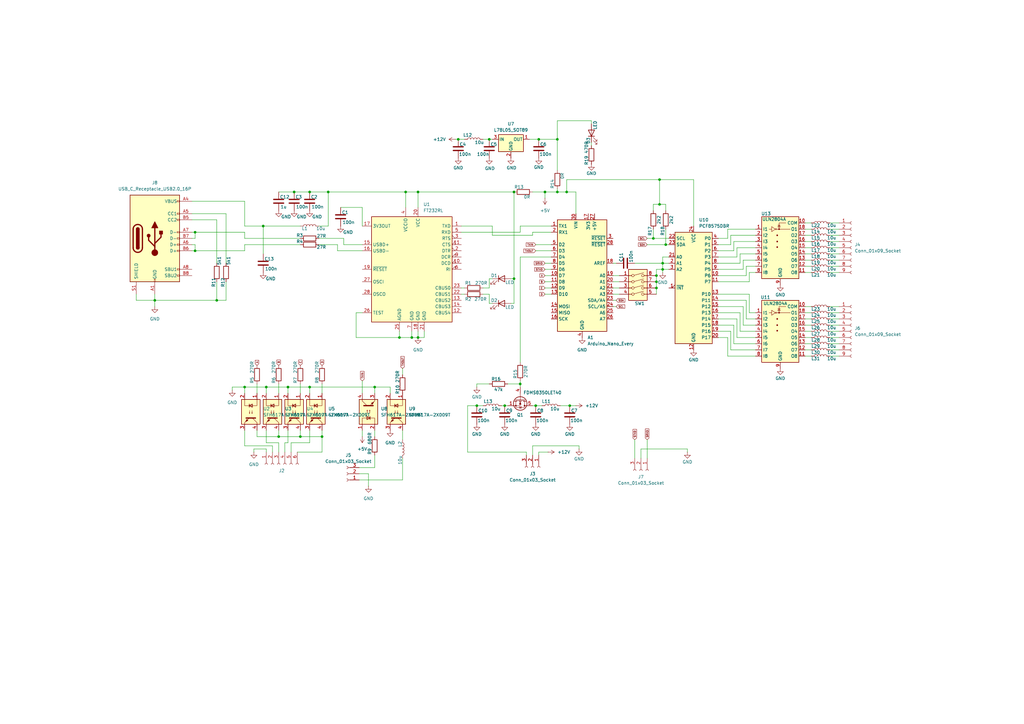
<source format=kicad_sch>
(kicad_sch (version 20231120) (generator "eeschema") (generator_version "8.0")
  (paper "A3")
  (title_block (rev "BETA!!!!"))
  (lib_symbols
    (symbol "Connector:Conn_01x03_Socket" (pin_names (offset 1.016) hide)
      (property "Reference" "J" (at 0 5.08 0))
      (property "Value" "Conn_01x03_Socket" (at 0 -5.08 0))
      (symbol "Conn_01x03_Socket_1_1"
        (pin passive line (at -5.08 2.54 0) (length 3.81) (name "Pin_1") (number "1"))
        (pin passive line (at -5.08 0 0) (length 3.81) (name "Pin_2") (number "2"))
        (pin passive line (at -5.08 -2.54 0) (length 3.81) (name "Pin_3") (number "3"))
      )
    )
    (symbol "Connector:Conn_01x06_Socket" (pin_names (offset 1.016) hide)
      (property "Reference" "J" (at 0 7.62 0))
      (property "Value" "Conn_01x06_Socket" (at 0 -10.16 0))
      (symbol "Conn_01x06_Socket_1_1"
        (pin passive line (at -5.08 5.08 0) (length 3.81) (name "Pin_1") (number "1"))
        (pin passive line (at -5.08 2.54 0) (length 3.81) (name "Pin_2") (number "2"))
        (pin passive line (at -5.08 0 0) (length 3.81) (name "Pin_3") (number "3"))
        (pin passive line (at -5.08 -2.54 0) (length 3.81) (name "Pin_4") (number "4"))
        (pin passive line (at -5.08 -5.08 0) (length 3.81) (name "Pin_5") (number "5"))
        (pin passive line (at -5.08 -7.62 0) (length 3.81) (name "Pin_6") (number "6"))
      )
    )
    (symbol "Connector:Conn_01x09_Socket" (pin_names (offset 1.016) hide)
      (property "Reference" "J" (at 0 12.7 0))
      (property "Value" "Conn_01x09_Socket" (at 0 -12.7 0))
      (symbol "Conn_01x09_Socket_1_1"
        (pin passive line (at -5.08 10.16 0) (length 3.81) (name "Pin_1") (number "1"))
        (pin passive line (at -5.08 7.62 0) (length 3.81) (name "Pin_2") (number "2"))
        (pin passive line (at -5.08 5.08 0) (length 3.81) (name "Pin_3") (number "3"))
        (pin passive line (at -5.08 2.54 0) (length 3.81) (name "Pin_4") (number "4"))
        (pin passive line (at -5.08 0 0) (length 3.81) (name "Pin_5") (number "5"))
        (pin passive line (at -5.08 -2.54 0) (length 3.81) (name "Pin_6") (number "6"))
        (pin passive line (at -5.08 -5.08 0) (length 3.81) (name "Pin_7") (number "7"))
        (pin passive line (at -5.08 -7.62 0) (length 3.81) (name "Pin_8") (number "8"))
        (pin passive line (at -5.08 -10.16 0) (length 3.81) (name "Pin_9") (number "9"))
      )
    )
    (symbol "Connector:USB_C_Receptacle_USB2.0_16P" (pin_names (offset 1.016))
      (property "Reference" "J" (at 0 22.225 0))
      (property "Value" "USB_C_Receptacle_USB2.0_16P" (at 0 19.685 0))
      (symbol "USB_C_Receptacle_USB2.0_16P_1_1"
        (pin passive line (at 0 -22.86 90) (length 5.08) (name "GND") (number "A1"))
        (pin passive line (at 0 -22.86 90) (length 5.08) hide (name "GND") (number "A12"))
        (pin passive line (at 15.24 15.24 180) (length 5.08) (name "VBUS") (number "A4"))
        (pin bidirectional line (at 15.24 10.16 180) (length 5.08) (name "CC1") (number "A5"))
        (pin bidirectional line (at 15.24 -2.54 180) (length 5.08) (name "D+") (number "A6"))
        (pin bidirectional line (at 15.24 2.54 180) (length 5.08) (name "D-") (number "A7"))
        (pin bidirectional line (at 15.24 -12.7 180) (length 5.08) (name "SBU1") (number "A8"))
        (pin passive line (at 15.24 15.24 180) (length 5.08) hide (name "VBUS") (number "A9"))
        (pin passive line (at 0 -22.86 90) (length 5.08) hide (name "GND") (number "B1"))
        (pin passive line (at 0 -22.86 90) (length 5.08) hide (name "GND") (number "B12"))
        (pin passive line (at 15.24 15.24 180) (length 5.08) hide (name "VBUS") (number "B4"))
        (pin bidirectional line (at 15.24 7.62 180) (length 5.08) (name "CC2") (number "B5"))
        (pin bidirectional line (at 15.24 -5.08 180) (length 5.08) (name "D+") (number "B6"))
        (pin bidirectional line (at 15.24 0 180) (length 5.08) (name "D-") (number "B7"))
        (pin bidirectional line (at 15.24 -15.24 180) (length 5.08) (name "SBU2") (number "B8"))
        (pin passive line (at 15.24 15.24 180) (length 5.08) hide (name "VBUS") (number "B9"))
        (pin passive line (at -7.62 -22.86 90) (length 5.08) (name "SHIELD") (number "S1"))
      )
    )
    (symbol "Device:C" (pin_numbers hide) (pin_names (offset 0.254))
      (property "Reference" "C" (at 0.635 2.54 0))
      (property "Value" "C" (at 0.635 -2.54 0))
      (symbol "C_1_1"
        (pin passive line (at 0 3.81 270) (length 2.794) (name "~") (number "1"))
        (pin passive line (at 0 -3.81 90) (length 2.794) (name "~") (number "2"))
      )
    )
    (symbol "Device:L" (pin_numbers hide) (pin_names (offset 1.016) hide)
      (property "Reference" "L" (at -1.27 0 90))
      (property "Value" "L" (at 1.905 0 90))
      (symbol "L_1_1"
        (pin passive line (at 0 3.81 270) (length 1.27) (name "1") (number "1"))
        (pin passive line (at 0 -3.81 90) (length 1.27) (name "2") (number "2"))
      )
    )
    (symbol "Device:LED" (pin_numbers hide) (pin_names (offset 1.016) hide)
      (property "Reference" "D" (at 0 2.54 0))
      (property "Value" "LED" (at 0 -2.54 0))
      (symbol "LED_1_1"
        (pin passive line (at -3.81 0 0) (length 2.54) (name "K") (number "1"))
        (pin passive line (at 3.81 0 180) (length 2.54) (name "A") (number "2"))
      )
    )
    (symbol "Device:R" (pin_numbers hide) (pin_names (offset 0))
      (property "Reference" "R" (at 2.032 0 90))
      (property "Value" "R" (at 0 0 90))
      (symbol "R_1_1"
        (pin passive line (at 0 3.81 270) (length 1.27) (name "~") (number "1"))
        (pin passive line (at 0 -3.81 90) (length 1.27) (name "~") (number "2"))
      )
    )
    (symbol "Interface_Expansion:PCF8575DBR"
      (property "Reference" "U" (at -6.35 24.13 0))
      (property "Value" "PCF8575DBR" (at 7.62 -24.13 0))
      (symbol "PCF8575DBR_1_1"
        (pin open_collector output_low (at -10.16 0 0) (length 2.54) (name "~{INT}") (number "1"))
        (pin bidirectional line (at 10.16 5.08 180) (length 2.54) (name "P6") (number "10"))
        (pin bidirectional line (at 10.16 2.54 180) (length 2.54) (name "P7") (number "11"))
        (pin power_in line (at 0 -25.4 90) (length 2.54) (name "GND") (number "12"))
        (pin bidirectional line (at 10.16 -2.54 180) (length 2.54) (name "P10") (number "13"))
        (pin bidirectional line (at 10.16 -5.08 180) (length 2.54) (name "P11") (number "14"))
        (pin bidirectional line (at 10.16 -7.62 180) (length 2.54) (name "P12") (number "15"))
        (pin bidirectional line (at 10.16 -10.16 180) (length 2.54) (name "P13") (number "16"))
        (pin bidirectional line (at 10.16 -12.7 180) (length 2.54) (name "P14") (number "17"))
        (pin bidirectional line (at 10.16 -15.24 180) (length 2.54) (name "P15") (number "18"))
        (pin bidirectional line (at 10.16 -17.78 180) (length 2.54) (name "P16") (number "19"))
        (pin input line (at -10.16 10.16 0) (length 2.54) (name "A1") (number "2"))
        (pin bidirectional line (at 10.16 -20.32 180) (length 2.54) (name "P17") (number "20"))
        (pin input line (at -10.16 12.7 0) (length 2.54) (name "A0") (number "21"))
        (pin input line (at -10.16 20.32 0) (length 2.54) (name "SCL") (number "22"))
        (pin bidirectional line (at -10.16 17.78 0) (length 2.54) (name "SDA") (number "23"))
        (pin power_in line (at 0 25.4 270) (length 2.54) (name "VCC") (number "24"))
        (pin input line (at -10.16 7.62 0) (length 2.54) (name "A2") (number "3"))
        (pin bidirectional line (at 10.16 20.32 180) (length 2.54) (name "P0") (number "4"))
        (pin bidirectional line (at 10.16 17.78 180) (length 2.54) (name "P1") (number "5"))
        (pin bidirectional line (at 10.16 15.24 180) (length 2.54) (name "P2") (number "6"))
        (pin bidirectional line (at 10.16 12.7 180) (length 2.54) (name "P3") (number "7"))
        (pin bidirectional line (at 10.16 10.16 180) (length 2.54) (name "P4") (number "8"))
        (pin bidirectional line (at 10.16 7.62 180) (length 2.54) (name "P5") (number "9"))
      )
    )
    (symbol "Interface_USB:FT232RL"
      (property "Reference" "U" (at -16.51 22.86 0))
      (property "Value" "FT232RL" (at 10.16 22.86 0))
      (symbol "FT232RL_1_1"
        (pin output line (at 20.32 17.78 180) (length 3.81) (name "TXD") (number "1"))
        (pin input input_low (at 20.32 2.54 180) (length 3.81) (name "DCD") (number "10"))
        (pin input input_low (at 20.32 10.16 180) (length 3.81) (name "CTS") (number "11"))
        (pin bidirectional line (at 20.32 -17.78 180) (length 3.81) (name "CBUS4") (number "12"))
        (pin bidirectional line (at 20.32 -12.7 180) (length 3.81) (name "CBUS2") (number "13"))
        (pin bidirectional line (at 20.32 -15.24 180) (length 3.81) (name "CBUS3") (number "14"))
        (pin bidirectional line (at -20.32 10.16 0) (length 3.81) (name "USBD+") (number "15"))
        (pin bidirectional line (at -20.32 7.62 0) (length 3.81) (name "USBD-") (number "16"))
        (pin power_out line (at -20.32 17.78 0) (length 3.81) (name "3V3OUT") (number "17"))
        (pin power_in line (at 2.54 -25.4 90) (length 3.81) (name "GND") (number "18"))
        (pin input line (at -20.32 0 0) (length 3.81) (name "~{RESET}") (number "19"))
        (pin output output_low (at 20.32 7.62 180) (length 3.81) (name "DTR") (number "2"))
        (pin power_in line (at 2.54 25.4 270) (length 3.81) (name "VCC") (number "20"))
        (pin power_in line (at 5.08 -25.4 90) (length 3.81) (name "GND") (number "21"))
        (pin bidirectional line (at 20.32 -10.16 180) (length 3.81) (name "CBUS1") (number "22"))
        (pin bidirectional line (at 20.32 -7.62 180) (length 3.81) (name "CBUS0") (number "23"))
        (pin power_in line (at -5.08 -25.4 90) (length 3.81) (name "AGND") (number "25"))
        (pin input line (at -20.32 -17.78 0) (length 3.81) (name "TEST") (number "26"))
        (pin input line (at -20.32 -5.08 0) (length 3.81) (name "OSCI") (number "27"))
        (pin output line (at -20.32 -10.16 0) (length 3.81) (name "OSCO") (number "28"))
        (pin output output_low (at 20.32 12.7 180) (length 3.81) (name "RTS") (number "3"))
        (pin power_in line (at -2.54 25.4 270) (length 3.81) (name "VCCIO") (number "4"))
        (pin input line (at 20.32 15.24 180) (length 3.81) (name "RXD") (number "5"))
        (pin input input_low (at 20.32 0 180) (length 3.81) (name "RI") (number "6"))
        (pin power_in line (at 0 -25.4 90) (length 3.81) (name "GND") (number "7"))
        (pin input input_low (at 20.32 5.08 180) (length 3.81) (name "DCR") (number "9"))
      )
    )
    (symbol "Isolator:SFH617A-2X009T"
      (property "Reference" "U" (at -3.81 5.08 0))
      (property "Value" "SFH617A-2X009T" (at 0 -5.08 0))
      (symbol "SFH617A-2X009T_1_1"
        (pin passive line (at -7.62 2.54 0) (length 2.54) (name "~") (number "1"))
        (pin passive line (at -7.62 -2.54 0) (length 2.54) (name "~") (number "2"))
        (pin passive line (at 7.62 -2.54 180) (length 2.54) (name "~") (number "3"))
        (pin passive line (at 7.62 2.54 180) (length 2.54) (name "~") (number "4"))
      )
    )
    (symbol "MCU_Module:Arduino_Nano_Every"
      (property "Reference" "A" (at -10.16 23.495 0))
      (property "Value" "Arduino_Nano_Every" (at 5.08 -24.13 0))
      (symbol "Arduino_Nano_Every_1_1"
        (pin bidirectional line (at -12.7 20.32 0) (length 2.54) (name "TX1") (number "1"))
        (pin bidirectional line (at -12.7 0 0) (length 2.54) (name "D7") (number "10"))
        (pin bidirectional line (at -12.7 -2.54 0) (length 2.54) (name "D8") (number "11"))
        (pin bidirectional line (at -12.7 -5.08 0) (length 2.54) (name "D9") (number "12"))
        (pin bidirectional line (at -12.7 -7.62 0) (length 2.54) (name "D10") (number "13"))
        (pin bidirectional line (at -12.7 -12.7 0) (length 2.54) (name "MOSI") (number "14"))
        (pin bidirectional line (at -12.7 -15.24 0) (length 2.54) (name "MISO") (number "15"))
        (pin bidirectional line (at -12.7 -17.78 0) (length 2.54) (name "SCK") (number "16"))
        (pin power_out line (at 2.54 25.4 270) (length 2.54) (name "3V3") (number "17"))
        (pin input line (at 12.7 5.08 180) (length 2.54) (name "AREF") (number "18"))
        (pin bidirectional line (at 12.7 0 180) (length 2.54) (name "A0") (number "19"))
        (pin bidirectional line (at -12.7 17.78 0) (length 2.54) (name "RX1") (number "2"))
        (pin bidirectional line (at 12.7 -2.54 180) (length 2.54) (name "A1") (number "20"))
        (pin bidirectional line (at 12.7 -5.08 180) (length 2.54) (name "A2") (number "21"))
        (pin bidirectional line (at 12.7 -7.62 180) (length 2.54) (name "A3") (number "22"))
        (pin bidirectional line (at 12.7 -10.16 180) (length 2.54) (name "SDA/A4") (number "23"))
        (pin bidirectional line (at 12.7 -12.7 180) (length 2.54) (name "SCL/A5") (number "24"))
        (pin bidirectional line (at 12.7 -15.24 180) (length 2.54) (name "A6") (number "25"))
        (pin bidirectional line (at 12.7 -17.78 180) (length 2.54) (name "A7") (number "26"))
        (pin power_out line (at 5.08 25.4 270) (length 2.54) (name "+5V") (number "27"))
        (pin input line (at 12.7 12.7 180) (length 2.54) (name "~{RESET}") (number "28"))
        (pin passive line (at 0 -25.4 90) (length 2.54) hide (name "GND") (number "29"))
        (pin input line (at 12.7 15.24 180) (length 2.54) (name "~{RESET}") (number "3"))
        (pin power_in line (at -2.54 25.4 270) (length 2.54) (name "VIN") (number "30"))
        (pin power_in line (at 0 -25.4 90) (length 2.54) (name "GND") (number "4"))
        (pin bidirectional line (at -12.7 12.7 0) (length 2.54) (name "D2") (number "5"))
        (pin bidirectional line (at -12.7 10.16 0) (length 2.54) (name "D3") (number "6"))
        (pin bidirectional line (at -12.7 7.62 0) (length 2.54) (name "D4") (number "7"))
        (pin bidirectional line (at -12.7 5.08 0) (length 2.54) (name "D5") (number "8"))
        (pin bidirectional line (at -12.7 2.54 0) (length 2.54) (name "D6") (number "9"))
      )
    )
    (symbol "Regulator_Linear:L78L05_SOT89" (pin_names (offset 0.254))
      (property "Reference" "U" (at -3.81 3.175 0))
      (property "Value" "L78L05_SOT89" (at -0.635 3.175 0))
      (symbol "L78L05_SOT89_1_1"
        (pin power_out line (at 7.62 0 180) (length 2.54) (name "OUT") (number "1"))
        (pin power_in line (at 0 -7.62 90) (length 2.54) (name "GND") (number "2"))
        (pin power_in line (at -7.62 0 0) (length 2.54) (name "IN") (number "3"))
      )
    )
    (symbol "Switch:SW_DIP_x04" (pin_names (offset 0) hide)
      (property "Reference" "SW" (at 0 8.89 0))
      (property "Value" "SW_DIP_x04" (at 0 -6.35 0))
      (symbol "SW_DIP_x04_1_1"
        (pin passive line (at -7.62 5.08 0) (length 5.08) (name "~") (number "1"))
        (pin passive line (at -7.62 2.54 0) (length 5.08) (name "~") (number "2"))
        (pin passive line (at -7.62 0 0) (length 5.08) (name "~") (number "3"))
        (pin passive line (at -7.62 -2.54 0) (length 5.08) (name "~") (number "4"))
        (pin passive line (at 7.62 -2.54 180) (length 5.08) (name "~") (number "5"))
        (pin passive line (at 7.62 0 180) (length 5.08) (name "~") (number "6"))
        (pin passive line (at 7.62 2.54 180) (length 5.08) (name "~") (number "7"))
        (pin passive line (at 7.62 5.08 180) (length 5.08) (name "~") (number "8"))
      )
    )
    (symbol "Transistor_Array:ULN2804A"
      (property "Reference" "U" (at 0 13.335 0))
      (property "Value" "ULN2804A" (at 0 11.43 0))
      (symbol "ULN2804A_1_1"
        (pin input line (at -10.16 5.08 0) (length 2.54) (name "I1") (number "1"))
        (pin passive line (at 10.16 7.62 180) (length 2.54) (name "COM") (number "10"))
        (pin open_collector line (at 10.16 -12.7 180) (length 2.54) (name "O8") (number "11"))
        (pin open_collector line (at 10.16 -10.16 180) (length 2.54) (name "O7") (number "12"))
        (pin open_collector line (at 10.16 -7.62 180) (length 2.54) (name "O6") (number "13"))
        (pin open_collector line (at 10.16 -5.08 180) (length 2.54) (name "O5") (number "14"))
        (pin open_collector line (at 10.16 -2.54 180) (length 2.54) (name "O4") (number "15"))
        (pin open_collector line (at 10.16 0 180) (length 2.54) (name "O3") (number "16"))
        (pin open_collector line (at 10.16 2.54 180) (length 2.54) (name "O2") (number "17"))
        (pin open_collector line (at 10.16 5.08 180) (length 2.54) (name "O1") (number "18"))
        (pin input line (at -10.16 2.54 0) (length 2.54) (name "I2") (number "2"))
        (pin input line (at -10.16 0 0) (length 2.54) (name "I3") (number "3"))
        (pin input line (at -10.16 -2.54 0) (length 2.54) (name "I4") (number "4"))
        (pin input line (at -10.16 -5.08 0) (length 2.54) (name "I5") (number "5"))
        (pin input line (at -10.16 -7.62 0) (length 2.54) (name "I6") (number "6"))
        (pin input line (at -10.16 -10.16 0) (length 2.54) (name "I7") (number "7"))
        (pin input line (at -10.16 -12.7 0) (length 2.54) (name "I8") (number "8"))
        (pin power_in line (at 0 -17.78 90) (length 2.54) (name "GND") (number "9"))
      )
    )
    (symbol "Transistor_FET:FDMS8350LET40" (pin_names hide)
      (property "Reference" "Q" (at 5.08 1.905 0))
      (property "Value" "FDMS8350LET40" (at 5.08 0 0))
      (symbol "FDMS8350LET40_1_1"
        (pin passive line (at 2.54 -5.08 90) (length 2.54) (name "S") (number "1"))
        (pin passive line (at 2.54 -5.08 90) (length 2.54) hide (name "S") (number "2"))
        (pin passive line (at 2.54 -5.08 90) (length 2.54) hide (name "S") (number "3"))
        (pin passive line (at -5.08 0 0) (length 2.54) (name "G") (number "4"))
        (pin passive line (at 2.54 5.08 270) (length 2.54) (name "D") (number "5"))
      )
    )
    (symbol "power:+12V" (power) (pin_numbers hide) (pin_names (offset 0) hide)
      (property "Value" "+12V" (at 0 3.556 0))
      (symbol "+12V_1_1"
        (pin power_in line (at 0 0 90) (length 0) (name "~") (number "1"))
      )
    )
    (symbol "power:+5V" (power) (pin_numbers hide) (pin_names (offset 0) hide)
      (property "Value" "+5V" (at 0 3.556 0))
      (symbol "+5V_1_1"
        (pin power_in line (at 0 0 90) (length 0) (name "~") (number "1"))
      )
    )
    (symbol "power:GND" (power) (pin_numbers hide) (pin_names (offset 0) hide)
      (property "Value" "GND" (at 0 -3.81 0))
      (symbol "GND_1_1"
        (pin power_in line (at 0 0 270) (length 0) (name "~") (number "1"))
      )
    )
  )
  (junction (at 187.96 57.15))
  (junction (at 213.36 157.48))
  (junction (at 219.71 166.37))
  (junction (at 127 78.74))
  (junction (at 271.78 107.95))
  (junction (at 166.37 78.74))
  (junction (at 232.41 78.74))
  (junction (at 210.82 78.74))
  (junction (at 134.62 78.74))
  (junction (at 127 158.75))
  (junction (at 132.08 179.07))
  (junction (at 270.51 83.82))
  (junction (at 120.65 78.74))
  (junction (at 80.01 95.25))
  (junction (at 228.6 78.74))
  (junction (at 163.83 138.43))
  (junction (at 107.95 92.71))
  (junction (at 123.19 179.07))
  (junction (at 233.68 166.37))
  (junction (at 109.22 158.75))
  (junction (at 171.45 78.74))
  (junction (at 153.67 158.75))
  (junction (at 207.01 166.37))
  (junction (at 168.91 138.43))
  (junction (at 220.98 57.15))
  (junction (at 228.6 57.15))
  (junction (at 195.58 166.37))
  (junction (at 273.05 100.33))
  (junction (at 267.97 97.79))
  (junction (at 171.45 138.43))
  (junction (at 223.52 78.74))
  (junction (at 269.24 113.03))
  (junction (at 270.51 73.66))
  (junction (at 269.24 115.57))
  (junction (at 200.66 57.15))
  (junction (at 114.3 179.07))
  (junction (at 63.5 123.19))
  (junction (at 210.82 114.3))
  (junction (at 271.78 110.49))
  (junction (at 118.11 158.75))
  (junction (at 269.24 118.11))
  (junction (at 100.33 158.75))
  (junction (at 88.9 123.19))
  (junction (at 80.01 102.87))
  (wire (pts (xy 100.33 182.88) (xy 111.76 182.88)))
  (wire (pts (xy 114.3 181.61) (xy 114.3 185.42)))
  (wire (pts (xy 302.26 130.81) (xy 302.26 138.43)))
  (wire (pts (xy 201.93 92.71) (xy 201.93 96.52)))
  (wire (pts (xy 198.12 57.15) (xy 200.66 57.15)))
  (wire (pts (xy 114.3 157.48) (xy 114.3 161.29)))
  (wire (pts (xy 303.53 135.89) (xy 309.88 135.89)))
  (wire (pts (xy 265.43 97.79) (xy 267.97 97.79)))
  (wire (pts (xy 153.67 158.75) (xy 160.02 158.75)))
  (wire (pts (xy 165.1 196.85) (xy 165.1 187.96)))
  (wire (pts (xy 189.23 120.65) (xy 190.5 120.65)))
  (wire (pts (xy 195.58 166.37) (xy 198.12 166.37)))
  (wire (pts (xy 100.33 82.55) (xy 100.33 92.71)))
  (wire (pts (xy 294.64 133.35) (xy 300.99 133.35)))
  (wire (pts (xy 330.2 111.76) (xy 332.74 111.76)))
  (wire (pts (xy 148.59 85.09) (xy 148.59 92.71)))
  (wire (pts (xy 340.36 130.81) (xy 344.17 130.81)))
  (wire (pts (xy 148.59 128.27) (xy 146.05 128.27)))
  (wire (pts (xy 147.32 196.85) (xy 165.1 196.85)))
  (wire (pts (xy 242.57 49.53) (xy 228.6 49.53)))
  (wire (pts (xy 223.52 110.49) (xy 226.06 110.49)))
  (wire (pts (xy 340.36 93.98) (xy 344.17 93.98)))
  (wire (pts (xy 269.24 110.49) (xy 271.78 110.49)))
  (wire (pts (xy 294.64 113.03) (xy 306.07 113.03)))
  (wire (pts (xy 330.2 135.89) (xy 332.74 135.89)))
  (wire (pts (xy 251.46 125.73) (xy 252.73 125.73)))
  (wire (pts (xy 267.97 86.36) (xy 267.97 83.82)))
  (wire (pts (xy 100.33 97.79) (xy 100.33 95.25)))
  (wire (pts (xy 236.22 78.74) (xy 232.41 78.74)))
  (wire (pts (xy 100.33 176.53) (xy 100.33 182.88)))
  (wire (pts (xy 220.98 185.42) (xy 224.79 185.42)))
  (wire (pts (xy 105.41 176.53) (xy 105.41 179.07)))
  (wire (pts (xy 198.12 118.11) (xy 200.66 118.11)))
  (wire (pts (xy 298.45 146.05) (xy 309.88 146.05)))
  (wire (pts (xy 138.43 102.87) (xy 138.43 100.33)))
  (wire (pts (xy 340.36 133.35) (xy 344.17 133.35)))
  (wire (pts (xy 134.62 92.71) (xy 134.62 78.74)))
  (wire (pts (xy 104.14 184.15) (xy 104.14 185.42)))
  (wire (pts (xy 340.36 104.14) (xy 344.17 104.14)))
  (wire (pts (xy 63.5 120.65) (xy 63.5 123.19)))
  (wire (pts (xy 232.41 73.66) (xy 270.51 73.66)))
  (wire (pts (xy 165.1 151.13) (xy 165.1 153.67)))
  (wire (pts (xy 302.26 105.41) (xy 302.26 101.6)))
  (wire (pts (xy 118.11 158.75) (xy 109.22 158.75)))
  (wire (pts (xy 251.46 118.11) (xy 254 118.11)))
  (wire (pts (xy 134.62 78.74) (xy 166.37 78.74)))
  (wire (pts (xy 340.36 125.73) (xy 344.17 125.73)))
  (wire (pts (xy 274.32 105.41) (xy 271.78 105.41)))
  (wire (pts (xy 92.71 123.19) (xy 92.71 115.57)))
  (wire (pts (xy 171.45 78.74) (xy 210.82 78.74)))
  (wire (pts (xy 127 161.29) (xy 127 158.75)))
  (wire (pts (xy 130.81 92.71) (xy 134.62 92.71)))
  (wire (pts (xy 78.74 97.79) (xy 80.01 97.79)))
  (wire (pts (xy 78.74 100.33) (xy 80.01 100.33)))
  (wire (pts (xy 127 78.74) (xy 134.62 78.74)))
  (wire (pts (xy 267.97 83.82) (xy 270.51 83.82)))
  (wire (pts (xy 303.53 128.27) (xy 303.53 135.89)))
  (wire (pts (xy 63.5 123.19) (xy 88.9 123.19)))
  (wire (pts (xy 205.74 166.37) (xy 207.01 166.37)))
  (wire (pts (xy 120.65 78.74) (xy 127 78.74)))
  (wire (pts (xy 132.08 179.07) (xy 132.08 176.53)))
  (wire (pts (xy 191.77 166.37) (xy 191.77 185.42)))
  (wire (pts (xy 189.23 92.71) (xy 201.93 92.71)))
  (wire (pts (xy 330.2 146.05) (xy 332.74 146.05)))
  (wire (pts (xy 207.01 166.37) (xy 208.28 166.37)))
  (wire (pts (xy 189.23 95.25) (xy 213.36 95.25)))
  (wire (pts (xy 132.08 157.48) (xy 132.08 161.29)))
  (wire (pts (xy 80.01 100.33) (xy 80.01 102.87)))
  (wire (pts (xy 220.98 57.15) (xy 228.6 57.15)))
  (wire (pts (xy 168.91 138.43) (xy 171.45 138.43)))
  (wire (pts (xy 294.64 115.57) (xy 307.34 115.57)))
  (wire (pts (xy 298.45 97.79) (xy 298.45 93.98)))
  (wire (pts (xy 251.46 107.95) (xy 252.73 107.95)))
  (wire (pts (xy 300.99 133.35) (xy 300.99 140.97)))
  (wire (pts (xy 242.57 58.42) (xy 242.57 59.69)))
  (wire (pts (xy 100.33 97.79) (xy 123.19 97.79)))
  (wire (pts (xy 218.44 95.25) (xy 226.06 95.25)))
  (wire (pts (xy 127 176.53) (xy 127 181.61)))
  (wire (pts (xy 242.57 50.8) (xy 242.57 49.53)))
  (wire (pts (xy 118.11 176.53) (xy 118.11 181.61)))
  (wire (pts (xy 330.2 93.98) (xy 332.74 93.98)))
  (wire (pts (xy 198.12 120.65) (xy 200.66 120.65)))
  (wire (pts (xy 163.83 138.43) (xy 168.91 138.43)))
  (wire (pts (xy 251.46 123.19) (xy 252.73 123.19)))
  (wire (pts (xy 330.2 91.44) (xy 332.74 91.44)))
  (wire (pts (xy 232.41 78.74) (xy 228.6 78.74)))
  (wire (pts (xy 232.41 78.74) (xy 232.41 73.66)))
  (wire (pts (xy 171.45 135.89) (xy 171.45 138.43)))
  (wire (pts (xy 330.2 109.22) (xy 332.74 109.22)))
  (wire (pts (xy 330.2 99.06) (xy 332.74 99.06)))
  (wire (pts (xy 118.11 158.75) (xy 118.11 161.29)))
  (wire (pts (xy 200.66 57.15) (xy 201.93 57.15)))
  (wire (pts (xy 269.24 113.03) (xy 269.24 115.57)))
  (wire (pts (xy 213.36 157.48) (xy 213.36 158.75)))
  (wire (pts (xy 200.66 114.3) (xy 201.93 114.3)))
  (wire (pts (xy 304.8 133.35) (xy 309.88 133.35)))
  (wire (pts (xy 78.74 87.63) (xy 92.71 87.63)))
  (wire (pts (xy 306.07 109.22) (xy 309.88 109.22)))
  (wire (pts (xy 140.97 100.33) (xy 148.59 100.33)))
  (wire (pts (xy 119.38 181.61) (xy 119.38 185.42)))
  (wire (pts (xy 148.59 176.53) (xy 148.59 179.07)))
  (wire (pts (xy 330.2 138.43) (xy 332.74 138.43)))
  (wire (pts (xy 281.94 184.15) (xy 281.94 185.42)))
  (wire (pts (xy 294.64 128.27) (xy 303.53 128.27)))
  (wire (pts (xy 111.76 182.88) (xy 111.76 185.42)))
  (wire (pts (xy 251.46 120.65) (xy 254 120.65)))
  (wire (pts (xy 148.59 156.21) (xy 148.59 161.29)))
  (wire (pts (xy 100.33 102.87) (xy 80.01 102.87)))
  (wire (pts (xy 229.87 166.37) (xy 233.68 166.37)))
  (wire (pts (xy 228.6 57.15) (xy 228.6 69.85)))
  (wire (pts (xy 191.77 166.37) (xy 195.58 166.37)))
  (wire (pts (xy 270.51 73.66) (xy 270.51 83.82)))
  (wire (pts (xy 294.64 123.19) (xy 306.07 123.19)))
  (wire (pts (xy 299.72 135.89) (xy 299.72 143.51)))
  (wire (pts (xy 251.46 115.57) (xy 254 115.57)))
  (wire (pts (xy 148.59 102.87) (xy 138.43 102.87)))
  (wire (pts (xy 330.2 140.97) (xy 332.74 140.97)))
  (wire (pts (xy 271.78 105.41) (xy 271.78 107.95)))
  (wire (pts (xy 330.2 104.14) (xy 332.74 104.14)))
  (wire (pts (xy 340.36 143.51) (xy 344.17 143.51)))
  (wire (pts (xy 130.81 100.33) (xy 138.43 100.33)))
  (wire (pts (xy 114.3 78.74) (xy 120.65 78.74)))
  (wire (pts (xy 213.36 92.71) (xy 226.06 92.71)))
  (wire (pts (xy 100.33 100.33) (xy 100.33 102.87)))
  (wire (pts (xy 299.72 96.52) (xy 309.88 96.52)))
  (wire (pts (xy 265.43 180.34) (xy 265.43 187.96)))
  (wire (pts (xy 300.99 102.87) (xy 300.99 99.06)))
  (wire (pts (xy 340.36 96.52) (xy 344.17 96.52)))
  (wire (pts (xy 218.44 186.69) (xy 218.44 182.88)))
  (wire (pts (xy 195.58 157.48) (xy 195.58 158.75)))
  (wire (pts (xy 284.48 73.66) (xy 284.48 92.71)))
  (wire (pts (xy 127 181.61) (xy 119.38 181.61)))
  (wire (pts (xy 223.52 115.57) (xy 226.06 115.57)))
  (wire (pts (xy 118.11 181.61) (xy 116.84 181.61)))
  (wire (pts (xy 269.24 118.11) (xy 269.24 120.65)))
  (wire (pts (xy 294.64 130.81) (xy 302.26 130.81)))
  (wire (pts (xy 330.2 96.52) (xy 332.74 96.52)))
  (wire (pts (xy 260.35 107.95) (xy 271.78 107.95)))
  (wire (pts (xy 123.19 179.07) (xy 132.08 179.07)))
  (wire (pts (xy 213.36 95.25) (xy 213.36 92.71)))
  (wire (pts (xy 294.64 107.95) (xy 303.53 107.95)))
  (wire (pts (xy 123.19 176.53) (xy 123.19 179.07)))
  (wire (pts (xy 153.67 176.53) (xy 153.67 179.07)))
  (wire (pts (xy 107.95 92.71) (xy 123.19 92.71)))
  (wire (pts (xy 306.07 130.81) (xy 309.88 130.81)))
  (wire (pts (xy 105.41 157.48) (xy 105.41 161.29)))
  (wire (pts (xy 251.46 113.03) (xy 254 113.03)))
  (wire (pts (xy 121.92 185.42) (xy 132.08 185.42)))
  (wire (pts (xy 262.89 184.15) (xy 281.94 184.15)))
  (wire (pts (xy 55.88 120.65) (xy 55.88 123.19)))
  (wire (pts (xy 265.43 100.33) (xy 273.05 100.33)))
  (wire (pts (xy 100.33 95.25) (xy 80.01 95.25)))
  (wire (pts (xy 228.6 78.74) (xy 228.6 77.47)))
  (wire (pts (xy 92.71 87.63) (xy 92.71 107.95)))
  (wire (pts (xy 299.72 143.51) (xy 309.88 143.51)))
  (wire (pts (xy 223.52 78.74) (xy 223.52 81.28)))
  (wire (pts (xy 130.81 97.79) (xy 140.97 97.79)))
  (wire (pts (xy 146.05 128.27) (xy 146.05 138.43)))
  (wire (pts (xy 273.05 93.98) (xy 273.05 100.33)))
  (wire (pts (xy 219.71 102.87) (xy 226.06 102.87)))
  (wire (pts (xy 166.37 78.74) (xy 171.45 78.74)))
  (wire (pts (xy 330.2 128.27) (xy 332.74 128.27)))
  (wire (pts (xy 210.82 124.46) (xy 210.82 114.3)))
  (wire (pts (xy 123.19 157.48) (xy 123.19 161.29)))
  (wire (pts (xy 340.36 106.68) (xy 344.17 106.68)))
  (wire (pts (xy 55.88 123.19) (xy 63.5 123.19)))
  (wire (pts (xy 330.2 106.68) (xy 332.74 106.68)))
  (wire (pts (xy 304.8 106.68) (xy 309.88 106.68)))
  (wire (pts (xy 340.36 109.22) (xy 344.17 109.22)))
  (wire (pts (xy 151.13 194.31) (xy 151.13 199.39)))
  (wire (pts (xy 219.71 100.33) (xy 226.06 100.33)))
  (wire (pts (xy 78.74 82.55) (xy 100.33 82.55)))
  (wire (pts (xy 200.66 118.11) (xy 200.66 114.3)))
  (wire (pts (xy 340.36 99.06) (xy 344.17 99.06)))
  (wire (pts (xy 294.64 97.79) (xy 298.45 97.79)))
  (wire (pts (xy 294.64 105.41) (xy 302.26 105.41)))
  (wire (pts (xy 105.41 179.07) (xy 114.3 179.07)))
  (wire (pts (xy 340.36 138.43) (xy 344.17 138.43)))
  (wire (pts (xy 189.23 118.11) (xy 190.5 118.11)))
  (wire (pts (xy 139.7 85.09) (xy 148.59 85.09)))
  (wire (pts (xy 269.24 115.57) (xy 269.24 118.11)))
  (wire (pts (xy 201.93 96.52) (xy 218.44 96.52)))
  (wire (pts (xy 270.51 83.82) (xy 273.05 83.82)))
  (wire (pts (xy 307.34 115.57) (xy 307.34 111.76)))
  (wire (pts (xy 294.64 125.73) (xy 304.8 125.73)))
  (wire (pts (xy 300.99 99.06) (xy 309.88 99.06)))
  (wire (pts (xy 271.78 110.49) (xy 271.78 111.76)))
  (wire (pts (xy 340.36 91.44) (xy 344.17 91.44)))
  (wire (pts (xy 80.01 97.79) (xy 80.01 95.25)))
  (wire (pts (xy 304.8 110.49) (xy 304.8 106.68)))
  (wire (pts (xy 78.74 90.17) (xy 88.9 90.17)))
  (wire (pts (xy 223.52 120.65) (xy 226.06 120.65)))
  (wire (pts (xy 160.02 158.75) (xy 160.02 161.29)))
  (wire (pts (xy 153.67 186.69) (xy 153.67 191.77)))
  (wire (pts (xy 173.99 138.43) (xy 173.99 135.89)))
  (wire (pts (xy 114.3 179.07) (xy 114.3 176.53)))
  (wire (pts (xy 271.78 110.49) (xy 274.32 110.49)))
  (wire (pts (xy 223.52 78.74) (xy 228.6 78.74)))
  (wire (pts (xy 210.82 114.3) (xy 209.55 114.3)))
  (wire (pts (xy 146.05 138.43) (xy 163.83 138.43)))
  (wire (pts (xy 226.06 105.41) (xy 213.36 105.41)))
  (wire (pts (xy 307.34 128.27) (xy 309.88 128.27)))
  (wire (pts (xy 127 158.75) (xy 118.11 158.75)))
  (wire (pts (xy 294.64 100.33) (xy 299.72 100.33)))
  (wire (pts (xy 307.34 120.65) (xy 307.34 128.27)))
  (wire (pts (xy 88.9 123.19) (xy 92.71 123.19)))
  (wire (pts (xy 330.2 133.35) (xy 332.74 133.35)))
  (wire (pts (xy 340.36 140.97) (xy 344.17 140.97)))
  (wire (pts (xy 95.25 158.75) (xy 95.25 160.02)))
  (wire (pts (xy 330.2 125.73) (xy 332.74 125.73)))
  (wire (pts (xy 228.6 49.53) (xy 228.6 57.15)))
  (wire (pts (xy 330.2 130.81) (xy 332.74 130.81)))
  (wire (pts (xy 330.2 101.6) (xy 332.74 101.6)))
  (wire (pts (xy 294.64 110.49) (xy 304.8 110.49)))
  (wire (pts (xy 187.96 57.15) (xy 190.5 57.15)))
  (wire (pts (xy 223.52 107.95) (xy 226.06 107.95)))
  (wire (pts (xy 298.45 93.98) (xy 309.88 93.98)))
  (wire (pts (xy 147.32 191.77) (xy 153.67 191.77)))
  (wire (pts (xy 217.17 57.15) (xy 220.98 57.15)))
  (wire (pts (xy 237.49 182.88) (xy 237.49 184.15)))
  (wire (pts (xy 200.66 120.65) (xy 200.66 124.46)))
  (wire (pts (xy 262.89 187.96) (xy 262.89 184.15)))
  (wire (pts (xy 127 158.75) (xy 153.67 158.75)))
  (wire (pts (xy 219.71 166.37) (xy 222.25 166.37)))
  (wire (pts (xy 340.36 111.76) (xy 344.17 111.76)))
  (wire (pts (xy 271.78 107.95) (xy 271.78 110.49)))
  (wire (pts (xy 208.28 157.48) (xy 213.36 157.48)))
  (wire (pts (xy 330.2 143.51) (xy 332.74 143.51)))
  (wire (pts (xy 163.83 135.89) (xy 163.83 138.43)))
  (wire (pts (xy 302.26 138.43) (xy 309.88 138.43)))
  (wire (pts (xy 114.3 179.07) (xy 123.19 179.07)))
  (wire (pts (xy 220.98 186.69) (xy 220.98 185.42)))
  (wire (pts (xy 88.9 123.19) (xy 88.9 115.57)))
  (wire (pts (xy 100.33 100.33) (xy 123.19 100.33)))
  (wire (pts (xy 306.07 123.19) (xy 306.07 130.81)))
  (wire (pts (xy 218.44 182.88) (xy 237.49 182.88)))
  (wire (pts (xy 306.07 113.03) (xy 306.07 109.22)))
  (wire (pts (xy 166.37 78.74) (xy 166.37 85.09)))
  (wire (pts (xy 294.64 135.89) (xy 299.72 135.89)))
  (wire (pts (xy 299.72 100.33) (xy 299.72 96.52)))
  (wire (pts (xy 294.64 102.87) (xy 300.99 102.87)))
  (wire (pts (xy 294.64 120.65) (xy 307.34 120.65)))
  (wire (pts (xy 153.67 158.75) (xy 153.67 161.29)))
  (wire (pts (xy 294.64 138.43) (xy 298.45 138.43)))
  (wire (pts (xy 302.26 101.6) (xy 309.88 101.6)))
  (wire (pts (xy 116.84 181.61) (xy 116.84 185.42)))
  (wire (pts (xy 209.55 124.46) (xy 210.82 124.46)))
  (wire (pts (xy 298.45 138.43) (xy 298.45 146.05)))
  (wire (pts (xy 340.36 101.6) (xy 344.17 101.6)))
  (wire (pts (xy 233.68 166.37) (xy 236.22 166.37)))
  (wire (pts (xy 80.01 95.25) (xy 78.74 95.25)))
  (wire (pts (xy 340.36 135.89) (xy 344.17 135.89)))
  (wire (pts (xy 218.44 166.37) (xy 219.71 166.37)))
  (wire (pts (xy 88.9 90.17) (xy 88.9 107.95)))
  (wire (pts (xy 303.53 107.95) (xy 303.53 104.14)))
  (wire (pts (xy 109.22 181.61) (xy 114.3 181.61)))
  (wire (pts (xy 223.52 113.03) (xy 226.06 113.03)))
  (wire (pts (xy 171.45 138.43) (xy 173.99 138.43)))
  (wire (pts (xy 267.97 97.79) (xy 274.32 97.79)))
  (wire (pts (xy 168.91 135.89) (xy 168.91 138.43)))
  (wire (pts (xy 200.66 157.48) (xy 195.58 157.48)))
  (wire (pts (xy 186.69 57.15) (xy 187.96 57.15)))
  (wire (pts (xy 147.32 194.31) (xy 151.13 194.31)))
  (wire (pts (xy 223.52 118.11) (xy 226.06 118.11)))
  (wire (pts (xy 236.22 78.74) (xy 236.22 87.63)))
  (wire (pts (xy 63.5 123.19) (xy 63.5 125.73)))
  (wire (pts (xy 109.22 184.15) (xy 104.14 184.15)))
  (wire (pts (xy 100.33 92.71) (xy 107.95 92.71)))
  (wire (pts (xy 218.44 96.52) (xy 218.44 95.25)))
  (wire (pts (xy 100.33 158.75) (xy 100.33 161.29)))
  (wire (pts (xy 260.35 180.34) (xy 260.35 187.96)))
  (wire (pts (xy 271.78 107.95) (xy 274.32 107.95)))
  (wire (pts (xy 200.66 124.46) (xy 201.93 124.46)))
  (wire (pts (xy 191.77 185.42) (xy 215.9 185.42)))
  (wire (pts (xy 340.36 128.27) (xy 344.17 128.27)))
  (wire (pts (xy 307.34 111.76) (xy 309.88 111.76)))
  (wire (pts (xy 267.97 93.98) (xy 267.97 97.79)))
  (wire (pts (xy 340.36 146.05) (xy 344.17 146.05)))
  (wire (pts (xy 109.22 185.42) (xy 109.22 184.15)))
  (wire (pts (xy 109.22 176.53) (xy 109.22 181.61)))
  (wire (pts (xy 300.99 140.97) (xy 309.88 140.97)))
  (wire (pts (xy 304.8 125.73) (xy 304.8 133.35)))
  (wire (pts (xy 273.05 100.33) (xy 274.32 100.33)))
  (wire (pts (xy 210.82 78.74) (xy 210.82 114.3)))
  (wire (pts (xy 215.9 185.42) (xy 215.9 186.69)))
  (wire (pts (xy 100.33 158.75) (xy 95.25 158.75)))
  (wire (pts (xy 171.45 78.74) (xy 171.45 85.09)))
  (wire (pts (xy 213.36 105.41) (xy 213.36 148.59)))
  (wire (pts (xy 165.1 176.53) (xy 165.1 180.34)))
  (wire (pts (xy 109.22 158.75) (xy 100.33 158.75)))
  (wire (pts (xy 270.51 73.66) (xy 284.48 73.66)))
  (wire (pts (xy 213.36 156.21) (xy 213.36 157.48)))
  (wire (pts (xy 107.95 92.71) (xy 107.95 104.14)))
  (wire (pts (xy 218.44 78.74) (xy 223.52 78.74)))
  (wire (pts (xy 140.97 97.79) (xy 140.97 100.33)))
  (wire (pts (xy 303.53 104.14) (xy 309.88 104.14)))
  (wire (pts (xy 109.22 158.75) (xy 109.22 161.29)))
  (wire (pts (xy 273.05 83.82) (xy 273.05 86.36)))
  (wire (pts (xy 132.08 185.42) (xy 132.08 179.07)))
  (wire (pts (xy 269.24 113.03) (xy 269.24 110.49)))
  (wire (pts (xy 80.01 102.87) (xy 78.74 102.87)))
  (global_label "C" (shape input) (at 223.52 118.11 180) (effects (font (size 0.762 0.762))) (property "Intersheetrefs" "${INTERSHEET_REFS}" (effects (hide yes))))
  (global_label "SDA" (shape input) (at 252.73 123.19 0) (effects (font (size 0.762 0.762))) (property "Intersheetrefs" "${INTERSHEET_REFS}" (effects (hide yes))))
  (global_label "STXD" (shape input) (at 223.52 110.49 180) (effects (font (size 0.762 0.762))) (property "Intersheetrefs" "${INTERSHEET_REFS}" (effects (hide yes))))
  (global_label "TXOUT" (shape input) (at 219.71 102.87 180) (effects (font (size 0.762 0.762))) (property "Intersheetrefs" "${INTERSHEET_REFS}" (effects (hide yes))))
  (global_label "SCL" (shape input) (at 265.43 97.79 180) (effects (font (size 0.762 0.762))) (property "Intersheetrefs" "${INTERSHEET_REFS}" (effects (hide yes))))
  (global_label "B" (shape input) (at 114.3 149.86 90) (effects (font (size 0.762 0.762))) (property "Intersheetrefs" "${INTERSHEET_REFS}" (effects (hide yes))))
  (global_label "C" (shape input) (at 123.19 149.86 90) (effects (font (size 0.762 0.762))) (property "Intersheetrefs" "${INTERSHEET_REFS}" (effects (hide yes))))
  (global_label "SRXD" (shape input) (at 265.43 180.34 90) (effects (font (size 0.762 0.762))) (property "Intersheetrefs" "${INTERSHEET_REFS}" (effects (hide yes))))
  (global_label "B" (shape input) (at 223.52 115.57 180) (effects (font (size 0.762 0.762))) (property "Intersheetrefs" "${INTERSHEET_REFS}" (effects (hide yes))))
  (global_label "A" (shape input) (at 105.41 149.86 90) (effects (font (size 0.762 0.762))) (property "Intersheetrefs" "${INTERSHEET_REFS}" (effects (hide yes))))
  (global_label "TXIN" (shape input) (at 219.71 100.33 180) (effects (font (size 0.762 0.762))) (property "Intersheetrefs" "${INTERSHEET_REFS}" (effects (hide yes))))
  (global_label "TXOUT" (shape input) (at 165.1 151.13 90) (effects (font (size 0.762 0.762))) (property "Intersheetrefs" "${INTERSHEET_REFS}" (effects (hide yes))))
  (global_label "A" (shape input) (at 223.52 113.03 180) (effects (font (size 0.762 0.762))) (property "Intersheetrefs" "${INTERSHEET_REFS}" (effects (hide yes))))
  (global_label "D" (shape input) (at 223.52 120.65 180) (effects (font (size 0.762 0.762))) (property "Intersheetrefs" "${INTERSHEET_REFS}" (effects (hide yes))))
  (global_label "SCL" (shape input) (at 252.73 125.73 0) (effects (font (size 0.762 0.762))) (property "Intersheetrefs" "${INTERSHEET_REFS}" (effects (hide yes))))
  (global_label "D" (shape input) (at 132.08 149.86 90) (effects (font (size 0.762 0.762))) (property "Intersheetrefs" "${INTERSHEET_REFS}" (effects (hide yes))))
  (global_label "SDA" (shape input) (at 265.43 100.33 180) (effects (font (size 0.762 0.762))) (property "Intersheetrefs" "${INTERSHEET_REFS}" (effects (hide yes))))
  (global_label "SRXD" (shape input) (at 223.52 107.95 180) (effects (font (size 0.762 0.762))) (property "Intersheetrefs" "${INTERSHEET_REFS}" (effects (hide yes))))
  (global_label "STXD" (shape input) (at 260.35 180.34 90) (effects (font (size 0.762 0.762))) (property "Intersheetrefs" "${INTERSHEET_REFS}" (effects (hide yes))))
  (global_label "TXIN" (shape input) (at 148.59 156.21 90) (effects (font (size 0.762 0.762))) (property "Intersheetrefs" "${INTERSHEET_REFS}" (effects (hide yes))))
  (symbol (lib_id "Device:R") (at 228.6 73.66 0) (unit 1)
    (property "Reference" "R14" (at 226.568 75.438 90))
    (property "Value" "0R" (at 230.632 72.136 90))
    (property "Footprint" "Resistor_SMD:R_0805_2012Metric_Pad1.20x1.40mm_HandSolder" (effects (hide yes)))
    (property "Description" "Resistor" (effects (hide yes)))
  )
  (symbol (lib_id "power:+5V") (at 148.59 179.07 180) (unit 1)
    (property "Reference" "#PWR010" (effects (hide yes)))
    (property "Value" "+5V" (at 148.59 184.15 0))
    (property "Description" "Power symbol creates a global label with name \"+5V\"" (effects (hide yes)))
  )
  (symbol (lib_id "power:GND") (at 242.57 67.31 0) (unit 1)
    (property "Reference" "#PWR030" (effects (hide yes)))
    (property "Value" "GND" (at 242.57 71.12 0))
    (property "Description" "Power symbol creates a global label with name \"GND\" , ground" (effects (hide yes)))
  )
  (symbol (lib_id "Device:L") (at 336.55 135.89 90) (unit 1)
    (property "Reference" "L27" (at 334.518 136.906 90))
    (property "Value" "10u" (at 341.122 136.906 90))
    (property "Footprint" "Inductor_SMD:L_0805_2012Metric_Pad1.15x1.40mm_HandSolder" (effects (hide yes)))
    (property "Description" "Inductor" (effects (hide yes)))
  )
  (symbol (lib_id "Device:R") (at 88.9 111.76 180) (unit 1)
    (property "Reference" "R11" (at 87.63 115.824 90))
    (property "Value" "5k1" (at 89.916 106.934 90))
    (property "Footprint" "Resistor_SMD:R_0805_2012Metric_Pad1.20x1.40mm_HandSolder" (effects (hide yes)))
    (property "Description" "Resistor" (effects (hide yes)))
  )
  (symbol (lib_id "Device:R") (at 92.71 111.76 180) (unit 1)
    (property "Reference" "R12" (at 91.44 115.824 90))
    (property "Value" "5k1" (at 93.726 106.934 90))
    (property "Footprint" "Resistor_SMD:R_0805_2012Metric_Pad1.20x1.40mm_HandSolder" (effects (hide yes)))
    (property "Description" "Resistor" (effects (hide yes)))
  )
  (symbol (lib_id "Device:R") (at 213.36 152.4 180) (unit 1)
    (property "Reference" "R15" (at 211.328 153.416 90))
    (property "Value" "270R" (at 215.646 152.4 90))
    (property "Footprint" "Resistor_SMD:R_0805_2012Metric_Pad1.20x1.40mm_HandSolder" (effects (hide yes)))
    (property "Description" "Resistor" (effects (hide yes)))
  )
  (symbol (lib_id "power:+12V") (at 186.69 57.15 90) (unit 1)
    (property "Reference" "#PWR015" (effects (hide yes)))
    (property "Value" "+12V" (at 182.88 57.1499 90) (effects (justify left)))
    (property "Description" "Power symbol creates a global label with name \"+12V\"" (effects (hide yes)))
  )
  (symbol (lib_id "Device:C") (at 207.01 170.18 0) (unit 1)
    (property "Reference" "C9" (at 207.518 168.402 0) (effects (justify left)))
    (property "Value" "100n" (at 207.264 172.466 0) (effects (justify left)))
    (property "Footprint" "Capacitor_SMD:C_0805_2012Metric_Pad1.18x1.45mm_HandSolder" (effects (hide yes)))
    (property "Description" "Unpolarized capacitor" (effects (hide yes)))
  )
  (symbol (lib_id "Device:R") (at 273.05 90.17 180) (unit 1)
    (property "Reference" "R18" (at 271.78 94.742 90))
    (property "Value" "2k2" (at 275.336 90.17 90))
    (property "Footprint" "Resistor_SMD:R_0805_2012Metric_Pad1.20x1.40mm_HandSolder" (effects (hide yes)))
    (property "Description" "Resistor" (effects (hide yes)))
  )
  (symbol (lib_id "Device:R") (at 267.97 90.17 180) (unit 1)
    (property "Reference" "R17" (at 266.5749 94.7915 90))
    (property "Value" "2k2" (at 270.256 90.17 90))
    (property "Footprint" "Resistor_SMD:R_0805_2012Metric_Pad1.20x1.40mm_HandSolder" (effects (hide yes)))
    (property "Description" "Resistor" (effects (hide yes)))
  )
  (symbol (lib_id "Device:R") (at 114.3 153.67 180) (unit 1)
    (property "Reference" "R6" (at 112.268 155.956 90))
    (property "Value" "270R" (at 112.268 150.622 90))
    (property "Footprint" "Resistor_SMD:R_0805_2012Metric_Pad1.20x1.40mm_HandSolder" (effects (hide yes)))
    (property "Description" "Resistor" (effects (hide yes)))
  )
  (symbol (lib_id "Switch:SW_DIP_x04") (at 261.62 118.11 0) (unit 1)
    (property "Reference" "SW1" (at 262.382 124.46 0))
    (property "Value" "SW_DIP_x04" (effects (hide yes)))
    (property "Footprint" "Button_Switch_THT:SW_DIP_SPSTx04_Slide_9.78x12.34mm_W7.62mm_P2.54mm" (effects (hide yes)))
    (property "Description" "4x DIP Switch, Single Pole Single Throw (SPST) switch, small symbol" (effects (hide yes)))
  )
  (symbol (lib_id "power:GND") (at 320.04 151.13 0) (unit 1)
    (property "Reference" "#PWR024" (effects (hide yes)))
    (property "Value" "GND" (at 320.04 155.194 0))
    (property "Description" "Power symbol creates a global label with name \"GND\" , ground" (effects (hide yes)))
  )
  (symbol (lib_id "Device:L") (at 336.55 125.73 90) (unit 1)
    (property "Reference" "L23" (at 334.518 126.746 90))
    (property "Value" "10u" (at 341.122 126.746 90))
    (property "Footprint" "Inductor_SMD:L_0805_2012Metric_Pad1.15x1.40mm_HandSolder" (effects (hide yes)))
    (property "Description" "Inductor" (effects (hide yes)))
  )
  (symbol (lib_id "Device:L") (at 336.55 106.68 90) (unit 1)
    (property "Reference" "L19" (at 334.518 107.696 90))
    (property "Value" "10u" (at 341.122 107.696 90))
    (property "Footprint" "Inductor_SMD:L_0805_2012Metric_Pad1.15x1.40mm_HandSolder" (effects (hide yes)))
    (property "Description" "Inductor" (effects (hide yes)))
  )
  (symbol (lib_id "power:+12V") (at 224.79 185.42 270) (unit 1)
    (property "Reference" "#PWR026" (effects (hide yes)))
    (property "Value" "+12V" (at 228.6 185.4199 90) (effects (justify left)))
    (property "Description" "Power symbol creates a global label with name \"+12V\"" (effects (hide yes)))
  )
  (symbol (lib_id "Connector:Conn_01x03_Socket") (at 218.44 191.77 270) (unit 1)
    (property "Reference" "J3" (at 218.44 194.31 90))
    (property "Value" "Conn_01x03_Socket" (at 218.44 196.85 90))
    (property "Footprint" "Connector_JST:JST_EH_B3B-EH-A_1x03_P2.50mm_Vertical" (effects (hide yes)))
    (property "Description" "Generic connector, single row, 01x03, script generated" (effects (hide yes)))
  )
  (symbol (lib_id "power:GND") (at 281.94 185.42 0) (unit 1)
    (property "Reference" "#PWR028" (effects (hide yes)))
    (property "Value" "GND" (at 281.94 189.484 0))
    (property "Description" "Power symbol creates a global label with name \"GND\" , ground" (effects (hide yes)))
  )
  (symbol (lib_id "Device:L") (at 336.55 140.97 90) (unit 1)
    (property "Reference" "L29" (at 334.518 141.986 90))
    (property "Value" "10u" (at 341.122 141.986 90))
    (property "Footprint" "Inductor_SMD:L_0805_2012Metric_Pad1.15x1.40mm_HandSolder" (effects (hide yes)))
    (property "Description" "Inductor" (effects (hide yes)))
  )
  (symbol (lib_id "Device:C") (at 114.3 82.55 0) (unit 1)
    (property "Reference" "C12" (at 114.808 80.772 0) (effects (justify left)))
    (property "Value" "1u" (at 115.062 84.836 0) (effects (justify left)))
    (property "Footprint" "Capacitor_SMD:C_0805_2012Metric_Pad1.18x1.45mm_HandSolder" (effects (hide yes)))
    (property "Description" "Unpolarized capacitor" (effects (hide yes)))
  )
  (symbol (lib_id "Device:L") (at 194.31 57.15 90) (unit 1)
    (property "Reference" "L12" (at 191.77 55.372 90))
    (property "Value" "10u" (at 196.596 58.42 90))
    (property "Footprint" "Inductor_SMD:L_0805_2012Metric_Pad1.15x1.40mm_HandSolder" (effects (hide yes)))
    (property "Description" "Inductor" (effects (hide yes)))
  )
  (symbol (lib_id "power:GND") (at 139.7 92.71 0) (unit 1)
    (property "Reference" "#PWR03" (effects (hide yes)))
    (property "Value" "GND" (at 142.748 95.25 0))
    (property "Description" "Power symbol creates a global label with name \"GND\" , ground" (effects (hide yes)))
  )
  (symbol (lib_id "Device:L") (at 336.55 138.43 90) (unit 1)
    (property "Reference" "L28" (at 334.518 139.446 90))
    (property "Value" "10u" (at 341.122 139.446 90))
    (property "Footprint" "Inductor_SMD:L_0805_2012Metric_Pad1.15x1.40mm_HandSolder" (effects (hide yes)))
    (property "Description" "Inductor" (effects (hide yes)))
  )
  (symbol (lib_id "power:GND") (at 114.3 86.36 0) (unit 1)
    (property "Reference" "#PWR031" (effects (hide yes)))
    (property "Value" "GND" (at 117.348 88.9 0))
    (property "Description" "Power symbol creates a global label with name \"GND\" , ground" (effects (hide yes)))
  )
  (symbol (lib_id "power:GND") (at 233.68 173.99 0) (unit 1)
    (property "Reference" "#PWR019" (effects (hide yes)))
    (property "Value" "GND" (at 233.68 178.054 0))
    (property "Description" "Power symbol creates a global label with name \"GND\" , ground" (effects (hide yes)))
  )
  (symbol (lib_id "power:GND") (at 63.5 125.73 0) (unit 1)
    (property "Reference" "#PWR02" (effects (hide yes)))
    (property "Value" "GND" (at 63.5 130.81 0))
    (property "Description" "Power symbol creates a global label with name \"GND\" , ground" (effects (hide yes)))
  )
  (symbol (lib_id "Device:L") (at 336.55 104.14 90) (unit 1)
    (property "Reference" "L18" (at 334.518 105.156 90))
    (property "Value" "10u" (at 341.122 105.156 90))
    (property "Footprint" "Inductor_SMD:L_0805_2012Metric_Pad1.15x1.40mm_HandSolder" (effects (hide yes)))
    (property "Description" "Inductor" (effects (hide yes)))
  )
  (symbol (lib_id "Device:L") (at 336.55 146.05 90) (unit 1)
    (property "Reference" "L31" (at 334.518 147.066 90))
    (property "Value" "10u" (at 341.122 147.066 90))
    (property "Footprint" "Inductor_SMD:L_0805_2012Metric_Pad1.15x1.40mm_HandSolder" (effects (hide yes)))
    (property "Description" "Inductor" (effects (hide yes)))
  )
  (symbol (lib_id "Device:R") (at 123.19 153.67 180) (unit 1)
    (property "Reference" "R7" (at 121.158 155.956 90))
    (property "Value" "270R" (at 121.158 150.622 90))
    (property "Footprint" "Resistor_SMD:R_0805_2012Metric_Pad1.20x1.40mm_HandSolder" (effects (hide yes)))
    (property "Description" "Resistor" (effects (hide yes)))
  )
  (symbol (lib_id "Device:R") (at 127 97.79 90) (unit 1)
    (property "Reference" "R3" (at 122.936 96.52 90))
    (property "Value" "27R" (at 131.826 96.774 90))
    (property "Footprint" "Resistor_SMD:R_0805_2012Metric_Pad1.20x1.40mm_HandSolder" (effects (hide yes)))
    (property "Description" "Resistor" (effects (hide yes)))
  )
  (symbol (lib_id "Isolator:SFH617A-2X009T") (at 102.87 168.91 270) (unit 1)
    (property "Reference" "U2" (at 107.95 167.6399 90) (effects (justify left)))
    (property "Value" "SFH617A-2X009T" (at 107.95 170.1799 90) (effects (justify left)))
    (property "Footprint" "Package_DIP:SMDIP-4_W7.62mm" (effects (hide yes)))
    (property "Datasheet" "http://www.vishay.com/docs/83740/sfh617a.pdf" (effects (hide yes)))
    (property "Description" "Optocoupler, Phototransistor Output, 5300 VRMS, VCEO 70V, CTR% 63-125, -55 to +110 degree Celsius, UL, BSI, FIMKO, SMD PDIP-4" (effects (hide yes)))
  )
  (symbol (lib_id "Connector:Conn_01x03_Socket") (at 262.89 193.04 270) (unit 1)
    (property "Reference" "J7" (at 262.89 195.58 90))
    (property "Value" "Conn_01x03_Socket" (at 262.89 198.12 90))
    (property "Footprint" "Connector_JST:JST_EH_B3B-EH-A_1x03_P2.50mm_Vertical" (effects (hide yes)))
    (property "Description" "Generic connector, single row, 01x03, script generated" (effects (hide yes)))
  )
  (symbol (lib_id "power:GND") (at 127 86.36 0) (unit 1)
    (property "Reference" "#PWR04" (effects (hide yes)))
    (property "Value" "GND" (at 130.048 88.9 0))
    (property "Description" "Power symbol creates a global label with name \"GND\" , ground" (effects (hide yes)))
  )
  (symbol (lib_id "Device:L") (at 336.55 109.22 90) (unit 1)
    (property "Reference" "L20" (at 334.518 110.236 90))
    (property "Value" "10u" (at 341.122 110.236 90))
    (property "Footprint" "Inductor_SMD:L_0805_2012Metric_Pad1.15x1.40mm_HandSolder" (effects (hide yes)))
    (property "Description" "Inductor" (effects (hide yes)))
  )
  (symbol (lib_id "Device:LED") (at 242.57 54.61 90) (unit 1)
    (property "Reference" "D3" (at 241.3 57.658 0))
    (property "Value" "LED" (at 244.094 51.308 0))
    (property "Footprint" "LED_SMD:LED_0805_2012Metric" (effects (hide yes)))
    (property "Description" "Light emitting diode" (effects (hide yes)))
  )
  (symbol (lib_id "Device:C") (at 220.98 60.96 0) (unit 1)
    (property "Reference" "C6" (at 221.488 59.182 0) (effects (justify left)))
    (property "Value" "100n" (at 221.234 63.246 0) (effects (justify left)))
    (property "Footprint" "Capacitor_SMD:C_0805_2012Metric_Pad1.18x1.45mm_HandSolder" (effects (hide yes)))
    (property "Description" "Unpolarized capacitor" (effects (hide yes)))
  )
  (symbol (lib_id "Device:L") (at 201.93 166.37 90) (unit 1)
    (property "Reference" "L13" (at 200.152 164.592 90))
    (property "Value" "10u" (at 203.454 167.64 90))
    (property "Footprint" "Inductor_SMD:L_0805_2012Metric_Pad1.15x1.40mm_HandSolder" (effects (hide yes)))
    (property "Description" "Inductor" (effects (hide yes)))
  )
  (symbol (lib_id "power:GND") (at 95.25 160.02 0) (unit 1)
    (property "Reference" "#PWR07" (effects (hide yes)))
    (property "Value" "GND" (at 95.25 165.1 0))
    (property "Description" "Power symbol creates a global label with name \"GND\" , ground" (effects (hide yes)))
  )
  (symbol (lib_id "Device:C") (at 233.68 170.18 0) (unit 1)
    (property "Reference" "C7" (at 234.188 168.402 0) (effects (justify left)))
    (property "Value" "100n" (at 233.934 172.466 0) (effects (justify left)))
    (property "Footprint" "Capacitor_SMD:C_0805_2012Metric_Pad1.18x1.45mm_HandSolder" (effects (hide yes)))
    (property "Description" "Unpolarized capacitor" (effects (hide yes)))
  )
  (symbol (lib_id "Connector:Conn_01x06_Socket") (at 114.3 190.5 90) (mirror x) (unit 1)
    (property "Reference" "J2" (at 115.57 193.04 90))
    (property "Value" "Conn_01x06_Socket" (effects (hide yes)))
    (property "Footprint" "Connector_JST:JST_EH_B6B-EH-A_1x06_P2.50mm_Vertical" (effects (hide yes)))
    (property "Description" "Generic connector, single row, 01x06, script generated" (effects (hide yes)))
  )
  (symbol (lib_id "Device:R") (at 194.31 120.65 90) (unit 1)
    (property "Reference" "R2" (at 192.024 122.682 90))
    (property "Value" "270R" (at 197.104 122.682 90))
    (property "Footprint" "Resistor_SMD:R_0805_2012Metric_Pad1.20x1.40mm_HandSolder" (effects (hide yes)))
    (property "Description" "Resistor" (effects (hide yes)))
  )
  (symbol (lib_id "Interface_Expansion:PCF8575DBR") (at 284.48 118.11 0) (unit 1)
    (property "Reference" "U10" (at 286.6741 90.17 0) (effects (justify left)))
    (property "Value" "PCF8575DBR" (at 286.6741 92.71 0) (effects (justify left)))
    (property "Footprint" "Package_SO:SSOP-24_5.3x8.2mm_P0.65mm" (effects (hide yes)))
    (property "Datasheet" "https://www.ti.com/lit/ds/symlink/pcf8575.pdf" (effects (hide yes)))
    (property "Description" "16 Bits Port/Expander to I2C Bus, SSOP-24" (effects (hide yes)))
  )
  (symbol (lib_id "Device:L") (at 336.55 99.06 90) (unit 1)
    (property "Reference" "L16" (at 334.518 100.076 90))
    (property "Value" "10u" (at 341.122 100.076 90))
    (property "Footprint" "Inductor_SMD:L_0805_2012Metric_Pad1.15x1.40mm_HandSolder" (effects (hide yes)))
    (property "Description" "Inductor" (effects (hide yes)))
  )
  (symbol (lib_id "Device:C") (at 187.96 60.96 0) (unit 1)
    (property "Reference" "C4" (at 188.468 59.182 0) (effects (justify left)))
    (property "Value" "100n" (at 188.214 63.246 0) (effects (justify left)))
    (property "Footprint" "Capacitor_SMD:C_0805_2012Metric_Pad1.18x1.45mm_HandSolder" (effects (hide yes)))
    (property "Description" "Unpolarized capacitor" (effects (hide yes)))
  )
  (symbol (lib_id "power:GND") (at 284.48 143.51 0) (unit 1)
    (property "Reference" "#PWR029" (effects (hide yes)))
    (property "Value" "GND" (at 284.48 147.574 0))
    (property "Description" "Power symbol creates a global label with name \"GND\" , ground" (effects (hide yes)))
  )
  (symbol (lib_id "Device:L") (at 165.1 184.15 0) (unit 1)
    (property "Reference" "L2" (at 164.084 182.118 90))
    (property "Value" "10u" (at 164.084 188.722 90))
    (property "Footprint" "Inductor_SMD:L_0805_2012Metric_Pad1.15x1.40mm_HandSolder" (effects (hide yes)))
    (property "Description" "Inductor" (effects (hide yes)))
  )
  (symbol (lib_id "Device:L") (at 336.55 128.27 90) (unit 1)
    (property "Reference" "L24" (at 334.518 129.286 90))
    (property "Value" "10u" (at 341.122 129.286 90))
    (property "Footprint" "Inductor_SMD:L_0805_2012Metric_Pad1.15x1.40mm_HandSolder" (effects (hide yes)))
    (property "Description" "Inductor" (effects (hide yes)))
  )
  (symbol (lib_id "Device:L") (at 226.06 166.37 90) (unit 1)
    (property "Reference" "L11" (at 224.028 164.592 90))
    (property "Value" "10u" (at 227.584 167.64 90))
    (property "Footprint" "Inductor_SMD:L_0805_2012Metric_Pad1.15x1.40mm_HandSolder" (effects (hide yes)))
    (property "Description" "Inductor" (effects (hide yes)))
  )
  (symbol (lib_id "power:+12V") (at 236.22 166.37 270) (unit 1)
    (property "Reference" "#PWR013" (effects (hide yes)))
    (property "Value" "+12V" (at 240.03 166.3699 90) (effects (justify left)))
    (property "Description" "Power symbol creates a global label with name \"+12V\"" (effects (hide yes)))
  )
  (symbol (lib_id "Device:L") (at 336.55 91.44 90) (unit 1)
    (property "Reference" "L22" (at 334.518 92.456 90))
    (property "Value" "10u" (at 341.122 92.456 90))
    (property "Footprint" "Inductor_SMD:L_0805_2012Metric_Pad1.15x1.40mm_HandSolder" (effects (hide yes)))
    (property "Description" "Inductor" (effects (hide yes)))
  )
  (symbol (lib_id "Device:C") (at 139.7 88.9 0) (unit 1)
    (property "Reference" "C1" (at 140.208 87.122 0) (effects (justify left)))
    (property "Value" "100n" (at 140.462 91.186 0) (effects (justify left)))
    (property "Footprint" "Capacitor_SMD:C_0805_2012Metric_Pad1.18x1.45mm_HandSolder" (effects (hide yes)))
    (property "Description" "Unpolarized capacitor" (effects (hide yes)))
  )
  (symbol (lib_id "power:GND") (at 195.58 173.99 0) (unit 1)
    (property "Reference" "#PWR022" (effects (hide yes)))
    (property "Value" "GND" (at 195.58 178.054 0))
    (property "Description" "Power symbol creates a global label with name \"GND\" , ground" (effects (hide yes)))
  )
  (symbol (lib_id "Transistor_FET:FDMS8350LET40") (at 213.36 163.83 270) (unit 1)
    (property "Reference" "Q1" (at 213.36 170.18 90))
    (property "Value" "FDMS8350LET40" (at 222.504 161.036 90))
    (property "Footprint" "Package_TO_SOT_SMD:TDSON-8-1" (effects (hide yes)))
    (property "Datasheet" "https://www.onsemi.com/pub/Collateral/FDMS8350LET40-D.pdf" (effects (hide yes)))
    (property "Description" "49A Id, 40V Vds, N-Channel PowerTrench MOSFET, 0.85mOhm Ron, 242nC Qgmax, -55 to 175 °C, 5x6mm SON8" (effects (hide yes)))
  )
  (symbol (lib_id "MCU_Module:Arduino_Nano_Every") (at 238.76 113.03 0) (unit 1)
    (property "Reference" "A1" (at 240.9541 138.43 0) (effects (justify left)))
    (property "Value" "Arduino_Nano_Every" (at 240.9541 140.97 0) (effects (justify left)))
    (property "Footprint" "Module:Arduino_Nano" (effects (hide yes)))
    (property "Datasheet" "https://content.arduino.cc/assets/NANOEveryV3.0_sch.pdf" (effects (hide yes)))
    (property "Description" "Arduino Nano Every" (effects (hide yes)))
  )
  (symbol (lib_id "Transistor_Array:ULN2804A") (at 320.04 99.06 0) (unit 1)
    (property "Reference" "U13" (at 314.198 87.63 0))
    (property "Value" "ULN2804A" (at 317.5 89.916 0))
    (property "Footprint" "Package_SO:SOIC-18W_7.5x11.6mm_P1.27mm" (effects (hide yes)))
    (property "Datasheet" "http://www.promelec.ru/pdf/1536.pdf" (effects (hide yes)))
    (property "Description" "Darlington Transistor Arrays, SOIC18/DIP18" (effects (hide yes)))
  )
  (symbol (lib_id "Device:L") (at 127 92.71 90) (unit 1)
    (property "Reference" "L1" (at 124.968 93.726 90))
    (property "Value" "10u" (at 131.572 93.726 90))
    (property "Footprint" "Inductor_SMD:L_0805_2012Metric_Pad1.15x1.40mm_HandSolder" (effects (hide yes)))
    (property "Description" "Inductor" (effects (hide yes)))
  )
  (symbol (lib_id "power:GND") (at 107.95 111.76 0) (unit 1)
    (property "Reference" "#PWR032" (effects (hide yes)))
    (property "Value" "GND" (at 110.998 114.3 0))
    (property "Description" "Power symbol creates a global label with name \"GND\" , ground" (effects (hide yes)))
  )
  (symbol (lib_id "power:GND") (at 271.78 111.76 0) (unit 1)
    (property "Reference" "#PWR025" (effects (hide yes)))
    (property "Value" "GND" (at 271.78 115.824 0))
    (property "Description" "Power symbol creates a global label with name \"GND\" , ground" (effects (hide yes)))
  )
  (symbol (lib_id "Device:C") (at 127 82.55 0) (unit 1)
    (property "Reference" "C2" (at 127.508 80.772 0) (effects (justify left)))
    (property "Value" "100n" (at 127.762 84.836 0) (effects (justify left)))
    (property "Footprint" "Capacitor_SMD:C_0805_2012Metric_Pad1.18x1.45mm_HandSolder" (effects (hide yes)))
    (property "Description" "Unpolarized capacitor" (effects (hide yes)))
  )
  (symbol (lib_id "Isolator:SFH617A-2X009T") (at 162.56 168.91 270) (unit 1)
    (property "Reference" "U9" (at 167.64 167.6399 90) (effects (justify left)))
    (property "Value" "SFH617A-2X009T" (at 167.64 170.1799 90) (effects (justify left)))
    (property "Footprint" "Package_DIP:SMDIP-4_W7.62mm" (effects (hide yes)))
    (property "Datasheet" "http://www.vishay.com/docs/83740/sfh617a.pdf" (effects (hide yes)))
    (property "Description" "Optocoupler, Phototransistor Output, 5300 VRMS, VCEO 70V, CTR% 63-125, -55 to +110 degree Celsius, UL, BSI, FIMKO, SMD PDIP-4" (effects (hide yes)))
  )
  (symbol (lib_id "Connector:Conn_01x09_Socket") (at 349.25 101.6 0) (unit 1)
    (property "Reference" "J4" (at 350.52 100.3299 0) (effects (justify left)))
    (property "Value" "Conn_01x09_Socket" (at 350.52 102.8699 0) (effects (justify left)))
    (property "Footprint" "Connector_JST:JST_EH_B9B-EH-A_1x09_P2.50mm_Vertical" (effects (hide yes)))
    (property "Description" "Generic connector, single row, 01x09, script generated" (effects (hide yes)))
  )
  (symbol (lib_id "Device:R") (at 105.41 153.67 180) (unit 1)
    (property "Reference" "R5" (at 103.378 155.956 90))
    (property "Value" "270R" (at 103.378 150.622 90))
    (property "Footprint" "Resistor_SMD:R_0805_2012Metric_Pad1.20x1.40mm_HandSolder" (effects (hide yes)))
    (property "Description" "Resistor" (effects (hide yes)))
  )
  (symbol (lib_id "Device:L") (at 336.55 96.52 90) (unit 1)
    (property "Reference" "L15" (at 334.518 97.536 90))
    (property "Value" "10u" (at 341.122 97.536 90))
    (property "Footprint" "Inductor_SMD:L_0805_2012Metric_Pad1.15x1.40mm_HandSolder" (effects (hide yes)))
    (property "Description" "Inductor" (effects (hide yes)))
  )
  (symbol (lib_id "power:GND") (at 320.04 116.84 0) (unit 1)
    (property "Reference" "#PWR014" (effects (hide yes)))
    (property "Value" "GND" (at 320.04 120.904 0))
    (property "Description" "Power symbol creates a global label with name \"GND\" , ground" (effects (hide yes)))
  )
  (symbol (lib_id "Isolator:SFH617A-2X009T") (at 111.76 168.91 270) (unit 1)
    (property "Reference" "U3" (at 116.84 167.6399 90) (effects (justify left)))
    (property "Value" "SFH617A-2X009T" (at 116.84 170.1799 90) (effects (justify left)))
    (property "Footprint" "Package_DIP:SMDIP-4_W7.62mm" (effects (hide yes)))
    (property "Datasheet" "http://www.vishay.com/docs/83740/sfh617a.pdf" (effects (hide yes)))
    (property "Description" "Optocoupler, Phototransistor Output, 5300 VRMS, VCEO 70V, CTR% 63-125, -55 to +110 degree Celsius, UL, BSI, FIMKO, SMD PDIP-4" (effects (hide yes)))
  )
  (symbol (lib_id "Device:R") (at 165.1 157.48 180) (unit 1)
    (property "Reference" "R10" (at 163.068 159.766 90))
    (property "Value" "270R" (at 163.068 154.432 90))
    (property "Footprint" "Resistor_SMD:R_0805_2012Metric_Pad1.20x1.40mm_HandSolder" (effects (hide yes)))
    (property "Description" "Resistor" (effects (hide yes)))
  )
  (symbol (lib_id "Device:R") (at 194.31 118.11 90) (unit 1)
    (property "Reference" "R1" (at 192.024 116.078 90))
    (property "Value" "270R" (at 197.358 116.078 90))
    (property "Footprint" "Resistor_SMD:R_0805_2012Metric_Pad1.20x1.40mm_HandSolder" (effects (hide yes)))
    (property "Description" "Resistor" (effects (hide yes)))
  )
  (symbol (lib_id "Device:L") (at 336.55 143.51 90) (unit 1)
    (property "Reference" "L30" (at 334.518 144.526 90))
    (property "Value" "10u" (at 341.122 144.526 90))
    (property "Footprint" "Inductor_SMD:L_0805_2012Metric_Pad1.15x1.40mm_HandSolder" (effects (hide yes)))
    (property "Description" "Inductor" (effects (hide yes)))
  )
  (symbol (lib_id "Device:R") (at 214.63 78.74 270) (unit 1)
    (property "Reference" "R13" (at 212.852 76.708 90))
    (property "Value" "0R" (at 216.154 80.772 90))
    (property "Footprint" "Resistor_SMD:R_0805_2012Metric_Pad1.20x1.40mm_HandSolder" (effects (hide yes)))
    (property "Description" "Resistor" (effects (hide yes)))
  )
  (symbol (lib_id "Device:LED") (at 205.74 124.46 0) (unit 1)
    (property "Reference" "D2" (at 202.692 123.19 0))
    (property "Value" "LED" (at 209.042 125.984 0))
    (property "Footprint" "LED_SMD:LED_0805_2012Metric" (effects (hide yes)))
    (property "Description" "Light emitting diode" (effects (hide yes)))
  )
  (symbol (lib_id "Device:C") (at 107.95 107.95 0) (unit 1)
    (property "Reference" "C13" (at 108.458 106.172 0) (effects (justify left)))
    (property "Value" "100n" (at 108.712 110.236 0) (effects (justify left)))
    (property "Footprint" "Capacitor_SMD:C_0805_2012Metric_Pad1.18x1.45mm_HandSolder" (effects (hide yes)))
    (property "Description" "Unpolarized capacitor" (effects (hide yes)))
  )
  (symbol (lib_id "Isolator:SFH617A-2X009T") (at 151.13 168.91 90) (unit 1)
    (property "Reference" "U8" (at 156.21 167.6399 90) (effects (justify right)))
    (property "Value" "SFH617A-2X009T" (at 156.21 170.1799 90) (effects (justify right)))
    (property "Footprint" "Package_DIP:SMDIP-4_W7.62mm" (effects (hide yes)))
    (property "Datasheet" "http://www.vishay.com/docs/83740/sfh617a.pdf" (effects (hide yes)))
    (property "Description" "Optocoupler, Phototransistor Output, 5300 VRMS, VCEO 70V, CTR% 63-125, -55 to +110 degree Celsius, UL, BSI, FIMKO, SMD PDIP-4" (effects (hide yes)))
  )
  (symbol (lib_id "power:GND") (at 187.96 64.77 0) (unit 1)
    (property "Reference" "#PWR017" (effects (hide yes)))
    (property "Value" "GND" (at 187.96 68.834 0))
    (property "Description" "Power symbol creates a global label with name \"GND\" , ground" (effects (hide yes)))
  )
  (symbol (lib_id "Transistor_Array:ULN2804A") (at 320.04 133.35 0) (unit 1)
    (property "Reference" "U11" (at 313.944 121.92 0))
    (property "Value" "ULN2804A" (at 318.008 124.46 0))
    (property "Footprint" "Package_SO:SOIC-18W_7.5x11.6mm_P1.27mm" (effects (hide yes)))
    (property "Datasheet" "http://www.promelec.ru/pdf/1536.pdf" (effects (hide yes)))
    (property "Description" "Darlington Transistor Arrays, SOIC18/DIP18" (effects (hide yes)))
  )
  (symbol (lib_id "Isolator:SFH617A-2X009T") (at 120.65 168.91 270) (unit 1)
    (property "Reference" "U4" (at 125.73 167.6399 90) (effects (justify left)))
    (property "Value" "SFH617A-2X009T" (at 125.73 170.1799 90) (effects (justify left)))
    (property "Footprint" "Package_DIP:SMDIP-4_W7.62mm" (effects (hide yes)))
    (property "Datasheet" "http://www.vishay.com/docs/83740/sfh617a.pdf" (effects (hide yes)))
    (property "Description" "Optocoupler, Phototransistor Output, 5300 VRMS, VCEO 70V, CTR% 63-125, -55 to +110 degree Celsius, UL, BSI, FIMKO, SMD PDIP-4" (effects (hide yes)))
  )
  (symbol (lib_id "power:GND") (at 195.58 158.75 0) (unit 1)
    (property "Reference" "#PWR023" (effects (hide yes)))
    (property "Value" "GND" (at 195.58 162.814 0))
    (property "Description" "Power symbol creates a global label with name \"GND\" , ground" (effects (hide yes)))
  )
  (symbol (lib_id "power:+5V") (at 223.52 81.28 180) (unit 1)
    (property "Reference" "#PWR033" (effects (hide yes)))
    (property "Value" "+5V" (at 223.52 86.36 0))
    (property "Description" "Power symbol creates a global label with name \"+5V\"" (effects (hide yes)))
  )
  (symbol (lib_id "power:GND") (at 219.71 173.99 0) (unit 1)
    (property "Reference" "#PWR020" (effects (hide yes)))
    (property "Value" "GND" (at 219.71 178.054 0))
    (property "Description" "Power symbol creates a global label with name \"GND\" , ground" (effects (hide yes)))
  )
  (symbol (lib_id "Connector:Conn_01x03_Socket") (at 142.24 194.31 180) (unit 1)
    (property "Reference" "J5" (at 142.875 186.69 0))
    (property "Value" "Conn_01x03_Socket" (at 142.875 189.23 0))
    (property "Footprint" "Connector_JST:JST_EH_B3B-EH-A_1x03_P2.50mm_Vertical" (effects (hide yes)))
    (property "Description" "Generic connector, single row, 01x03, script generated" (effects (hide yes)))
  )
  (symbol (lib_id "Device:C") (at 219.71 170.18 0) (unit 1)
    (property "Reference" "C8" (at 220.218 168.402 0) (effects (justify left)))
    (property "Value" "100n" (at 219.964 172.466 0) (effects (justify left)))
    (property "Footprint" "Capacitor_SMD:C_0805_2012Metric_Pad1.18x1.45mm_HandSolder" (effects (hide yes)))
    (property "Description" "Unpolarized capacitor" (effects (hide yes)))
  )
  (symbol (lib_id "Device:R") (at 242.57 63.5 180) (unit 1)
    (property "Reference" "R19" (at 240.538 65.786 90))
    (property "Value" "470R" (at 240.538 60.452 90))
    (property "Footprint" "Resistor_SMD:R_0805_2012Metric_Pad1.20x1.40mm_HandSolder" (effects (hide yes)))
    (property "Description" "Resistor" (effects (hide yes)))
  )
  (symbol (lib_id "Regulator_Linear:L78L05_SOT89") (at 209.55 57.15 0) (unit 1)
    (property "Reference" "U7" (at 209.55 50.8 0))
    (property "Value" "L78L05_SOT89" (at 209.55 53.34 0))
    (property "Footprint" "Package_TO_SOT_SMD:SOT-89-3" (effects (hide yes)))
    (property "Datasheet" "http://www.st.com/content/ccc/resource/technical/document/datasheet/15/55/e5/aa/23/5b/43/fd/CD00000446.pdf/files/CD00000446.pdf/jcr:content/translations/en.CD00000446.pdf" (effects (hide yes)))
    (property "Description" "Positive 100mA 30V Linear Regulator, Fixed Output 5V, SOT-89" (effects (hide yes)))
  )
  (symbol (lib_id "Device:L") (at 336.55 130.81 90) (unit 1)
    (property "Reference" "L25" (at 334.518 131.826 90))
    (property "Value" "10u" (at 341.122 131.826 90))
    (property "Footprint" "Inductor_SMD:L_0805_2012Metric_Pad1.15x1.40mm_HandSolder" (effects (hide yes)))
    (property "Description" "Inductor" (effects (hide yes)))
  )
  (symbol (lib_id "Device:L") (at 336.55 93.98 90) (unit 1)
    (property "Reference" "L14" (at 334.518 94.996 90))
    (property "Value" "10u" (at 341.122 94.996 90))
    (property "Footprint" "Inductor_SMD:L_0805_2012Metric_Pad1.15x1.40mm_HandSolder" (effects (hide yes)))
    (property "Description" "Inductor" (effects (hide yes)))
  )
  (symbol (lib_id "power:GND") (at 120.65 86.36 0) (unit 1)
    (property "Reference" "#PWR08" (effects (hide yes)))
    (property "Value" "GND" (at 123.698 88.9 0))
    (property "Description" "Power symbol creates a global label with name \"GND\" , ground" (effects (hide yes)))
  )
  (symbol (lib_id "Isolator:SFH617A-2X009T") (at 129.54 168.91 270) (unit 1)
    (property "Reference" "U5" (at 134.62 167.6399 90) (effects (justify left)))
    (property "Value" "SFH617A-2X009T" (at 134.62 170.1799 90) (effects (justify left)))
    (property "Footprint" "Package_DIP:SMDIP-4_W7.62mm" (effects (hide yes)))
    (property "Datasheet" "http://www.vishay.com/docs/83740/sfh617a.pdf" (effects (hide yes)))
    (property "Description" "Optocoupler, Phototransistor Output, 5300 VRMS, VCEO 70V, CTR% 63-125, -55 to +110 degree Celsius, UL, BSI, FIMKO, SMD PDIP-4" (effects (hide yes)))
  )
  (symbol (lib_id "Connector:Conn_01x09_Socket") (at 349.25 135.89 0) (unit 1)
    (property "Reference" "J6" (at 350.52 134.6199 0) (effects (justify left)))
    (property "Value" "Conn_01x09_Socket" (at 350.52 137.1599 0) (effects (justify left)))
    (property "Footprint" "Connector_JST:JST_EH_B9B-EH-A_1x09_P2.50mm_Vertical" (effects (hide yes)))
    (property "Description" "Generic connector, single row, 01x09, script generated" (effects (hide yes)))
  )
  (symbol (lib_id "Interface_USB:FT232RL") (at 168.91 110.49 0) (unit 1)
    (property "Reference" "U1" (at 173.6441 83.82 0) (effects (justify left)))
    (property "Value" "FT232RL" (at 173.6441 86.36 0) (effects (justify left)))
    (property "Footprint" "Package_SO:SSOP-28_5.3x10.2mm_P0.65mm" (effects (hide yes)))
    (property "Datasheet" "https://www.ftdichip.com/Support/Documents/DataSheets/ICs/DS_FT232R.pdf" (effects (hide yes)))
    (property "Description" "USB to Serial Interface, SSOP-28" (effects (hide yes)))
  )
  (symbol (lib_id "power:GND") (at 238.76 138.43 0) (unit 1)
    (property "Reference" "#PWR06" (effects (hide yes)))
    (property "Value" "GND" (at 238.76 143.51 0))
    (property "Description" "Power symbol creates a global label with name \"GND\" , ground" (effects (hide yes)))
  )
  (symbol (lib_id "power:GND") (at 160.02 176.53 0) (unit 1)
    (property "Reference" "#PWR011" (effects (hide yes)))
    (property "Value" "GND" (at 160.02 181.61 0))
    (property "Description" "Power symbol creates a global label with name \"GND\" , ground" (effects (hide yes)))
  )
  (symbol (lib_id "power:GND") (at 151.13 199.39 0) (unit 1)
    (property "Reference" "#PWR012" (effects (hide yes)))
    (property "Value" "GND" (at 151.13 204.47 0))
    (property "Description" "Power symbol creates a global label with name \"GND\" , ground" (effects (hide yes)))
  )
  (symbol (lib_id "Device:R") (at 153.67 182.88 180) (unit 1)
    (property "Reference" "R9" (at 151.638 185.166 90))
    (property "Value" "680R" (at 151.638 179.832 90))
    (property "Footprint" "Resistor_SMD:R_0805_2012Metric_Pad1.20x1.40mm_HandSolder" (effects (hide yes)))
    (property "Description" "Resistor" (effects (hide yes)))
  )
  (symbol (lib_id "Device:R") (at 132.08 153.67 180) (unit 1)
    (property "Reference" "R8" (at 130.048 155.956 90))
    (property "Value" "270R" (at 130.048 150.622 90))
    (property "Footprint" "Resistor_SMD:R_0805_2012Metric_Pad1.20x1.40mm_HandSolder" (effects (hide yes)))
    (property "Description" "Resistor" (effects (hide yes)))
  )
  (symbol (lib_id "Device:C") (at 195.58 170.18 0) (unit 1)
    (property "Reference" "C10" (at 196.088 168.402 0) (effects (justify left)))
    (property "Value" "100n" (at 195.834 172.466 0) (effects (justify left)))
    (property "Footprint" "Capacitor_SMD:C_0805_2012Metric_Pad1.18x1.45mm_HandSolder" (effects (hide yes)))
    (property "Description" "Unpolarized capacitor" (effects (hide yes)))
  )
  (symbol (lib_id "power:GND") (at 171.45 138.43 0) (unit 1)
    (property "Reference" "#PWR05" (effects (hide yes)))
    (property "Value" "GND" (at 171.45 143.51 0))
    (property "Description" "Power symbol creates a global label with name \"GND\" , ground" (effects (hide yes)))
  )
  (symbol (lib_id "Device:L") (at 336.55 111.76 90) (unit 1)
    (property "Reference" "L21" (at 334.518 112.776 90))
    (property "Value" "10u" (at 341.122 112.776 90))
    (property "Footprint" "Inductor_SMD:L_0805_2012Metric_Pad1.15x1.40mm_HandSolder" (effects (hide yes)))
    (property "Description" "Inductor" (effects (hide yes)))
  )
  (symbol (lib_id "power:GND") (at 104.14 185.42 0) (unit 1)
    (property "Reference" "#PWR09" (effects (hide yes)))
    (property "Value" "GND" (at 104.14 190.5 0))
    (property "Description" "Power symbol creates a global label with name \"GND\" , ground" (effects (hide yes)))
  )
  (symbol (lib_id "Device:R") (at 127 100.33 90) (unit 1)
    (property "Reference" "R4" (at 122.936 99.06 90))
    (property "Value" "27R" (at 131.826 101.346 90))
    (property "Footprint" "Resistor_SMD:R_0805_2012Metric_Pad1.20x1.40mm_HandSolder" (effects (hide yes)))
    (property "Description" "Resistor" (effects (hide yes)))
  )
  (symbol (lib_id "power:GND") (at 207.01 173.99 0) (unit 1)
    (property "Reference" "#PWR021" (effects (hide yes)))
    (property "Value" "GND" (at 207.01 178.054 0))
    (property "Description" "Power symbol creates a global label with name \"GND\" , ground" (effects (hide yes)))
  )
  (symbol (lib_id "Connector:USB_C_Receptacle_USB2.0_16P") (at 63.5 97.79 0) (unit 1)
    (property "Reference" "J8" (at 63.5 74.93 0))
    (property "Value" "USB_C_Receptacle_USB2.0_16P" (at 63.5 77.47 0))
    (property "Footprint" "Connector_USB:USB_C_Receptacle_GCT_USB4105-xx-A_16P_TopMnt_Horizontal" (effects (hide yes)))
    (property "Datasheet" "https://www.usb.org/sites/default/files/documents/usb_type-c.zip" (effects (hide yes)))
    (property "Description" "USB 2.0-only 16P Type-C Receptacle connector" (effects (hide yes)))
  )
  (symbol (lib_id "power:GND") (at 237.49 184.15 0) (unit 1)
    (property "Reference" "#PWR027" (effects (hide yes)))
    (property "Value" "GND" (at 237.49 188.214 0))
    (property "Description" "Power symbol creates a global label with name \"GND\" , ground" (effects (hide yes)))
  )
  (symbol (lib_id "power:GND") (at 220.98 64.77 0) (unit 1)
    (property "Reference" "#PWR018" (effects (hide yes)))
    (property "Value" "GND" (at 220.98 68.58 0))
    (property "Description" "Power symbol creates a global label with name \"GND\" , ground" (effects (hide yes)))
  )
  (symbol (lib_id "Device:L") (at 336.55 101.6 90) (unit 1)
    (property "Reference" "L17" (at 334.518 102.616 90))
    (property "Value" "10u" (at 341.122 102.616 90))
    (property "Footprint" "Inductor_SMD:L_0805_2012Metric_Pad1.15x1.40mm_HandSolder" (effects (hide yes)))
    (property "Description" "Inductor" (effects (hide yes)))
  )
  (symbol (lib_id "Device:C") (at 256.54 107.95 90) (unit 1)
    (property "Reference" "C11" (at 254.762 107.442 0) (effects (justify left)))
    (property "Value" "100n" (at 258.826 107.696 0) (effects (justify left)))
    (property "Footprint" "Capacitor_SMD:C_0805_2012Metric_Pad1.18x1.45mm_HandSolder" (effects (hide yes)))
    (property "Description" "Unpolarized capacitor" (effects (hide yes)))
  )
  (symbol (lib_id "power:GND") (at 200.66 64.77 0) (unit 1)
    (property "Reference" "#PWR016" (effects (hide yes)))
    (property "Value" "GND" (at 200.914 69.088 0))
    (property "Description" "Power symbol creates a global label with name \"GND\" , ground" (effects (hide yes)))
  )
  (symbol (lib_id "Device:R") (at 204.47 157.48 270) (unit 1)
    (property "Reference" "R16" (at 203.454 155.448 90))
    (property "Value" "47k" (at 204.47 159.766 90))
    (property "Footprint" "Resistor_SMD:R_0805_2012Metric_Pad1.20x1.40mm_HandSolder" (effects (hide yes)))
    (property "Description" "Resistor" (effects (hide yes)))
  )
  (symbol (lib_id "Device:C") (at 120.65 82.55 0) (unit 1)
    (property "Reference" "C3" (at 121.158 80.772 0) (effects (justify left)))
    (property "Value" "100n" (at 121.412 84.836 0) (effects (justify left)))
    (property "Footprint" "Capacitor_SMD:C_0805_2012Metric_Pad1.18x1.45mm_HandSolder" (effects (hide yes)))
    (property "Description" "Unpolarized capacitor" (effects (hide yes)))
  )
  (symbol (lib_id "Device:L") (at 336.55 133.35 90) (unit 1)
    (property "Reference" "L26" (at 334.518 134.366 90))
    (property "Value" "10u" (at 341.122 134.366 90))
    (property "Footprint" "Inductor_SMD:L_0805_2012Metric_Pad1.15x1.40mm_HandSolder" (effects (hide yes)))
    (property "Description" "Inductor" (effects (hide yes)))
  )
  (symbol (lib_id "Device:LED") (at 205.74 114.3 0) (unit 1)
    (property "Reference" "D1" (at 202.692 113.03 0))
    (property "Value" "LED" (at 209.042 115.824 0))
    (property "Footprint" "LED_SMD:LED_0805_2012Metric" (effects (hide yes)))
    (property "Description" "Light emitting diode" (effects (hide yes)))
  )
  (symbol (lib_id "Device:C") (at 200.66 60.96 0) (unit 1)
    (property "Reference" "C5" (at 201.168 59.182 0) (effects (justify left)))
    (property "Value" "100n" (at 195.58 63.246 0) (effects (justify left)))
    (property "Footprint" "Capacitor_SMD:C_0805_2012Metric_Pad1.18x1.45mm_HandSolder" (effects (hide yes)))
    (property "Description" "Unpolarized capacitor" (effects (hide yes)))
  )
  (symbol (lib_id "power:GND") (at 209.55 64.77 0) (unit 1)
    (property "Reference" "#PWR01" (effects (hide yes)))
    (property "Value" "GND" (at 209.804 68.834 0))
    (property "Description" "Power symbol creates a global label with name \"GND\" , ground" (effects (hide yes)))
  )
)
</source>
